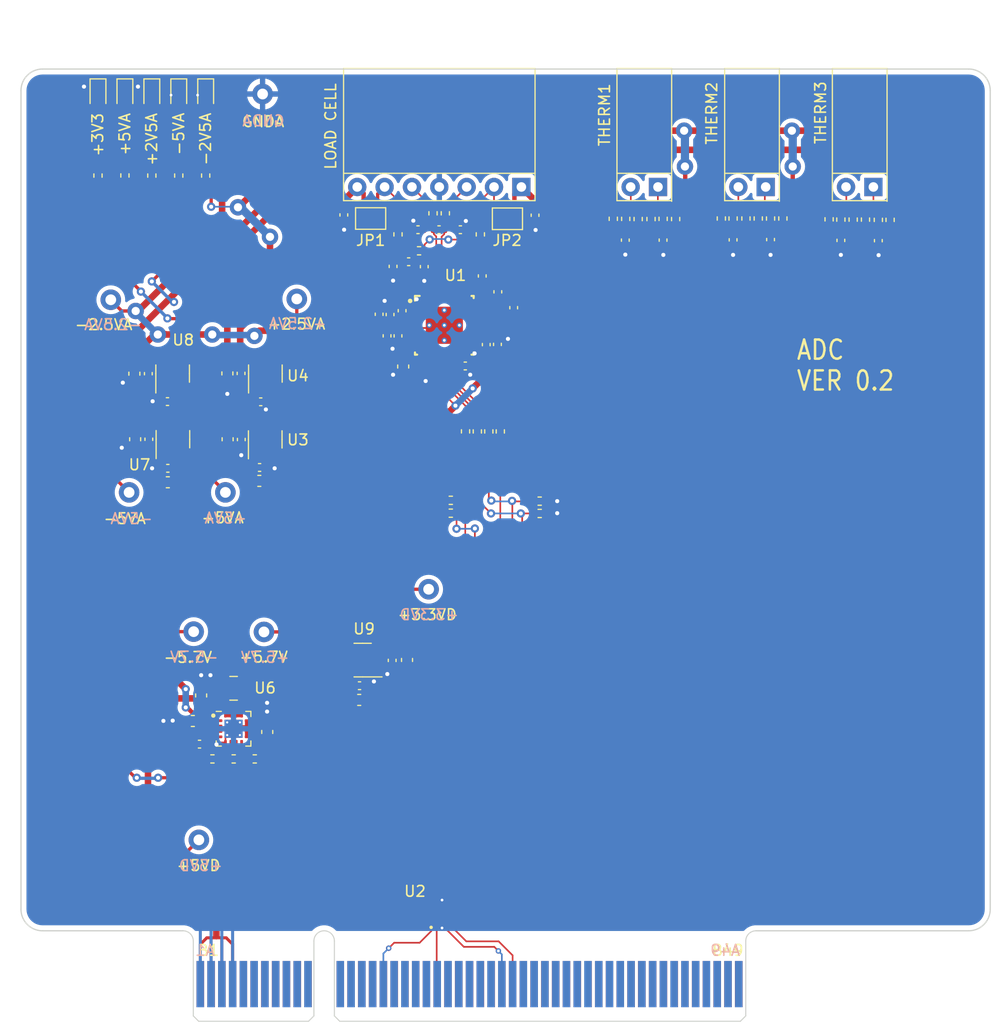
<source format=kicad_pcb>
(kicad_pcb (version 20221018) (generator pcbnew)
  (layers (0 "F.Cu" signal) (31 "B.Cu" signal) (34 "B.Paste" user) (35 "F.Paste" user) (36 "B.SilkS" user "B.Silkscreen") (37 "F.SilkS" user "F.Silkscreen") (38 "B.Mask" user) (39 "F.Mask" user) (44 "Edge.Cuts" user))
  (net 0 "")
  (net 1 "GND")
  (net 2 "/AIN6")
  (net 3 "/AIN3")
  (net 4 "/AIN2")
  (net 5 "/AIN1")
  (net 6 "/AIN0")
  (net 7 "Net-(U6-FB)")
  (net 8 "/AIN7")
  (net 9 "Net-(D1-A)")
  (net 10 "/AIN4")
  (net 11 "Net-(J2-Pin_2)")
  (net 12 "/AIN8")
  (net 13 "/AIN9")
  (net 14 "/AIN5")
  (net 15 "/+2V5A")
  (net 16 "Net-(J1-Pin_2)")
  (net 17 "/+3V3D")
  (net 18 "Net-(U1-CAPN)")
  (net 19 "Net-(U1-CAPP)")
  (net 20 "Net-(U1-BYPASS)")
  (net 21 "Net-(U1-REFOUT)")
  (net 22 "/+5V7")
  (net 23 "/+5VA")
  (net 24 "+5VD")
  (net 25 "/-5V7")
  (net 26 "/-5VA")
  (net 27 "/-2V5A")
  (net 28 "Net-(U6-VAUX)")
  (net 29 "Net-(D2-K)")
  (net 30 "Net-(D3-A)")
  (net 31 "Net-(D4-K)")
  (net 32 "Net-(D5-A)")
  (net 33 "Net-(J1-Pin_3)")
  (net 34 "Net-(J2-Pin_1)")
  (net 35 "Net-(J3-Pin_2)")
  (net 36 "Net-(J3-Pin_1)")
  (net 37 "Net-(J1-Pin_5)")
  (net 38 "Net-(J1-Pin_6)")
  (net 39 "Net-(J4-Pin_1)")
  (net 40 "Net-(J4-Pin_2)")
  (net 63 "/PA7")
  (net 95 "/PB14")
  (net 102 "/PA6")
  (net 109 "/PA5")
  (net 131 "Net-(L1-Pad1)")
  (net 132 "Net-(L1-Pad2)")
  (net 133 "Net-(U1-MISO)")
  (net 134 "Net-(U1-CS_N)")
  (net 135 "Net-(U1-MOSI)")
  (net 136 "Net-(U1-SCLK)")
  (net 137 "Net-(U6-FBG)")
  (net 147 "Net-(R37-Pad1)")
  (net 148 "Net-(R39-Pad1)")
  (net 149 "Net-(R41-Pad1)")
  (footprint "Capacitor_SMD:C_0402_1005Metric" (layer "F.Cu") (at -5.8876 -57.5069 180)
    (fp_text reference "C24" hide)
    (fp_text value "100n")
  )
  (footprint "Resistor_SMD:R_0402_1005Metric" (layer "F.Cu") (at 13.1288 -54.7634 90)
    (fp_text reference "R22" hide)
    (fp_text value "47R")
  )
  (footprint "Capacitor_SMD:C_0402_1005Metric" (layer "F.Cu") (at 17.6022 -66.2432 -90)
    (fp_text reference "C5" hide)
    (fp_text value "2u2")
  )
  (footprint "Resistor_SMD:R_0402_1005Metric" (layer "F.Cu") (at -11 -78.51 90)
    (fp_text reference "R26" hide)
    (fp_text value "5K1")
  )
  (footprint "Capacitor_SMD:C_0402_1005Metric" (layer "F.Cu") (at 7.239 -65.9638 90)
    (fp_text reference "C17" hide)
    (fp_text value "4n7")
  )
  (footprint "Resistor_SMD:R_0402_1005Metric" (layer "F.Cu") (at 8.8138 -71.5264 180)
    (fp_text reference "R30" hide)
    (fp_text value "2K 0.1%")
  )
  (footprint "Resistor_SMD:R_0402_1005Metric" (layer "F.Cu") (at 10.1092 -75.0062 -90)
    (fp_text reference "R34" hide)
    (fp_text value "1K")
  )
  (footprint "Capacitor_SMD:C_0402_1005Metric" (layer "F.Cu") (at 1.8288 -74.8538 -90)
    (fp_text reference "C46" hide)
    (fp_text value "1u")
  )
  (footprint "adc:connector_2pins_horizontal" (layer "F.Cu") (at 29.73 -77.45)
    (fp_text reference "J2" hide)
    (fp_text value "Conn_01x02_Pin")
  )
  (footprint "Capacitor_SMD:C_0402_1005Metric" (layer "F.Cu") (at 37.973 -72.5424 90)
    (fp_text reference "C2" hide)
    (fp_text value "100n")
  )
  (footprint "LED_SMD:LED_0603_1608Metric" (layer "F.Cu") (at -18.5 -86 -90)
    (fp_text reference "D1" hide)
    (fp_text value "GRN")
  )
  (footprint "Capacitor_SMD:C_0603_1608Metric" (layer "F.Cu") (at -11.4204 -30.2478 90)
    (fp_text reference "C42" hide)
    (fp_text value "10u")
  )
  (footprint "Capacitor_SMD:C_0402_1005Metric" (layer "F.Cu") (at 41.4528 -72.5678 -90)
    (fp_text reference "C4" hide)
    (fp_text value "100n")
  )
  (footprint "Capacitor_SMD:C_0402_1005Metric" (layer "F.Cu") (at 31.4706 -72.517 -90)
    (fp_text reference "C9" hide)
    (fp_text value "100n")
  )
  (footprint "Resistor_SMD:R_0402_1005Metric" (layer "F.Cu") (at 20.0132 -48.2854 180)
    (fp_text reference "R28" hide)
    (fp_text value "51K")
  )
  (footprint "adc:WQFN-16-1EP_3x3mm_P0.5mm_EP1.68x1.68mm_ThermalVias" (layer "F.Cu") (at -8.4132 -27.1566)
    (fp_text reference "U6")
    (fp_text value "TPS65135")
  )
  (footprint "Resistor_SMD:R_0402_1005Metric" (layer "F.Cu") (at 16.3574 -54.7576 90)
    (fp_text reference "R19" hide)
    (fp_text value "47R")
  )
  (footprint "adc:SOT-23-5" (layer "F.Cu") (at -5.47 -54.0167 90)
    (fp_text reference "U3")
    (fp_text value "TPS7A2050PDBVR")
  )
  (footprint "Capacitor_SMD:C_0402_1005Metric" (layer "F.Cu") (at 13.1064 -60.833)
    (fp_text reference "C21" hide)
    (fp_text value "1u")
  )
  (footprint "Resistor_SMD:R_0402_1005Metric" (layer "F.Cu") (at 46.8884 -74.4474 -90)
    (fp_text reference "R7" hide)
    (fp_text value "2K 0.1%")
  )
  (footprint "Capacitor_SMD:C_0402_1005Metric" (layer "F.Cu") (at -16.278 -54.0309 90)
    (fp_text reference "C36" hide)
    (fp_text value "100n")
  )
  (footprint "Resistor_SMD:R_0402_1005Metric" (layer "F.Cu") (at 36.8808 -74.5236 -90)
    (fp_text reference "R1" hide)
    (fp_text value "2K 0.1%")
  )
  (footprint "Capacitor_SMD:C_0402_1005Metric" (layer "F.Cu") (at -7.7154 -60.1436 90)
    (fp_text reference "C27" hide)
    (fp_text value "100n")
  )
  (footprint "Package_TO_SOT_SMD:TSOT-23-5" (layer "F.Cu") (at -14.0682 -60.1269 90)
    (fp_text reference "U8")
    (fp_text value "ADP7182AUJZ-2.5")
  )
  (footprint "LED_SMD:LED_0603_1608Metric" (layer "F.Cu") (at -13.5 -86 -90)
    (fp_text reference "D2" hide)
    (fp_text value "GRN")
  )
  (footprint "Resistor_SMD:R_0402_1005Metric" (layer "F.Cu") (at 51.4604 -74.3966 -90)
    (fp_text reference "R11" hide)
    (fp_text value "1K")
  )
  (footprint "Capacitor_SMD:C_0603_1608Metric" (layer "F.Cu") (at -8.9854 -60.1436 90)
    (fp_text reference "C28" hide)
    (fp_text value "10u")
  )
  (footprint "Capacitor_SMD:C_0402_1005Metric" (layer "F.Cu") (at 51.4604 -72.4662 -90)
    (fp_text reference "C8" hide)
    (fp_text value "100n")
  )
  (footprint "adc:connector_2pins_horizontal" (layer "F.Cu") (at 49.73 -77.45)
    (fp_text reference "J4" hide)
    (fp_text value "Conn_01x02_Pin")
  )
  (footprint "Resistor_SMD:R_0402_1005Metric" (layer "F.Cu") (at 50.2666 -74.422 -90)
    (fp_text reference "R42" hide)
    (fp_text value "2K 0.1%")
  )
  (footprint "Capacitor_SMD:C_0402_1005Metric" (layer "F.Cu") (at 27.9654 -72.5154 90)
    (fp_text reference "C3" hide)
    (fp_text value "100n")
  )
  (footprint "Resistor_SMD:R_0402_1005Metric" (layer "F.Cu") (at 6.858 -73.0504 90)
    (fp_text reference "R13" hide)
    (fp_text value "2K 0.1%")
  )
  (footprint "LED_SMD:LED_0603_1608Metric" (layer "F.Cu") (at -11 -86 -90)
    (fp_text reference "D4" hide)
    (fp_text value "GRN")
  )
  (footprint "Resistor_SMD:R_0402_1005Metric" (layer "F.Cu") (at 26.8478 -74.4966 -90)
    (fp_text reference "R3" hide)
    (fp_text value "2K 0.1%")
  )
  (footprint "Resistor_SMD:R_0402_1005Metric" (layer "F.Cu") (at 37.973 -74.5216 -90)
    (fp_text reference "R4" hide)
    (fp_text value "1K")
  )
  (footprint "common:Test_Pad" (layer "F.Cu") (at 9.7028 -40.1066)
    (fp_text reference "TP9" hide)
    (fp_text value "TestPoint")
  )
  (footprint "Capacitor_SMD:C_0402_1005Metric" (layer "F.Cu") (at 9.2964 -70.0532 90)
    (fp_text reference "C16" hide)
    (fp_text value "22n")
  )
  (footprint "Capacitor_SMD:C_0402_1005Metric" (layer "F.Cu") (at 6.858 -63.627 90)
    (fp_text reference "C44" hide)
    (fp_text value "100n")
  )
  (footprint "Capacitor_SMD:C_0402_1005Metric" (layer "F.Cu") (at -16.326 -60.1182 90)
    (fp_text reference "C39" hide)
    (fp_text value "100n")
  )
  (footprint "common:Test_Pad" (layer "F.Cu") (at -5.588 -36.1442)
    (fp_text reference "TP3" hide)
    (fp_text value "TestPoint")
  )
  (footprint "Capacitor_SMD:C_0402_1005Metric" (layer "F.Cu") (at 14.6812 -69.1896 -90)
    (fp_text reference "C6" hide)
    (fp_text value "2u2")
  )
  (footprint "Resistor_SMD:R_0402_1005Metric" (layer "F.Cu") (at 47.9806 -74.422 -90)
    (fp_text reference "R10" hide)
    (fp_text value "1K")
  )
  (footprint "Capacitor_SMD:C_0402_1005Metric" (layer "F.Cu") (at -5.9944 -51.4096 180)
    (fp_text reference "C23" hide)
    (fp_text value "100n")
  )
  (footprint "common:Test_Pad" (layer "F.Cu") (at -19.812 -66.9798)
    (fp_text reference "TP8" hide)
    (fp_text value "TestPoint")
  )
  (footprint "Capacitor_SMD:C_0603_1608Metric" (layer "F.Cu") (at -8.9628 -54.0309 90)
    (fp_text reference "C26" hide)
    (fp_text value "10u")
  )
  (footprint "LED_SMD:LED_0603_1608Metric" (layer "F.Cu") (at -21 -86 -90)
    (fp_text reference "D5" hide)
    (fp_text value "GRN")
  )
  (footprint "Resistor_SMD:R_0402_1005Metric" (layer "F.Cu") (at 15.2906 -54.7576 90)
    (fp_text reference "R18" hide)
    (fp_text value "47R")
  )
  (footprint "Package_TO_SOT_SMD:TSOT-23-5" (layer "F.Cu") (at -14.0428 -54.0367 90)
    (fp_text reference "U7")
    (fp_text value "ADP7182AUJZ-5.0")
  )
  (footprint "LED_SMD:LED_0603_1608Metric" (layer "F.Cu") (at -16 -86 -90)
    (fp_text reference "D3" hide)
    (fp_text value "GRN")
  )
  (footprint "Resistor_SMD:R_0402_1005Metric" (layer "F.Cu") (at 11.7602 -47.1678 180)
    (fp_text reference "R15" hide)
    (fp_text value "51K")
  )
  (footprint "Capacitor_SMD:C_0402_1005Metric" (layer "F.Cu") (at 16.092 -62.8376 90)
    (fp_text reference "C11" hide)
    (fp_text value "1u")
  )
  (footprint "Capacitor_SMD:C_0402_1005Metric" (layer "F.Cu") (at 47.9806 -72.4916 90)
    (fp_text reference "C7" hide)
    (fp_text value "100n")
  )
  (footprint "Resistor_SMD:R_0402_1005Metric" (layer "F.Cu") (at -16 -78.51 90)
    (fp_text reference "R25" hide)
    (fp_text value "5K1")
  )
  (footprint "Resistor_SMD:R_0402_1005Metric" (layer "F.Cu") (at 52.5526 -74.3966 90)
    (fp_text reference "R8" hide)
    (fp_text value "2K 0.1%")
  )
  (footprint "common:PCIE_98_CARD" (layer "F.Cu") (at 0 0)
    (fp_text reference "J5" hide)
    (fp_text value "pcie_98")
    (fp_line (start -28.15 -10.4) (end -28.15 -86.4) (stroke (width 0.12)) (layer "Edge.Cuts"))
    (fp_line (start -26.15 -88.4) (end 59.85 -88.4) (stroke (width 0.12)) (layer "Edge.Cuts"))
    (fp_line (start -13.1 -8.4) (end -26.15 -8.4) (stroke (width 0.12)) (layer "Edge.Cuts"))
    (fp_line (start -12.15 -7.45) (end -12.15 -0.5) (stroke (width 0.1)) (layer "Edge.Cuts"))
    (fp_line (start -12.15 -0.5) (end -11.65 0) (stroke (width 0.1)) (layer "Edge.Cuts"))
    (fp_line (start -11.65 0) (end -1.45 0) (stroke (width 0.1)) (layer "Edge.Cuts"))
    (fp_line (start -0.95 -7.45) (end -0.95 -0.5) (stroke (width 0.1)) (layer "Edge.Cuts"))
    (fp_line (start -0.95 -0.5) (end -1.45 0) (stroke (width 0.1)) (layer "Edge.Cuts"))
    (fp_line (start 0.95 -7.45) (end 0.95 -0.5) (stroke (width 0.1)) (layer "Edge.Cuts"))
    (fp_line (start 0.95 -0.5) (end 1.45 0) (stroke (width 0.1)) (layer "Edge.Cuts"))
    (fp_line (start 1.45 0) (end 38.65 0) (stroke (width 0.1)) (layer "Edge.Cuts"))
    (fp_line (start 39.15 -7.45) (end 39.15 -0.5) (stroke (width 0.1)) (layer "Edge.Cuts"))
    (fp_line (start 39.15 -0.5) (end 38.65 0) (stroke (width 0.1)) (layer "Edge.Cuts"))
    (fp_line (start 59.85 -8.4) (end 40.1 -8.4) (stroke (width 0.12)) (layer "Edge.Cuts"))
    (fp_line (start 61.85 -86.4) (end 61.85 -10.4) (stroke (width 0.12)) (layer "Edge.Cuts"))
    (fp_arc (start -28.15 -86.4) (mid -27.564214 -87.814214) (end -26.15 -88.4) (stroke (width 0.12)) (layer "Edge.Cuts"))
    (fp_arc (start -26.15 -8.4) (mid -27.564214 -8.985786) (end -28.15 -10.4) (stroke (width 0.12)) (layer "Edge.Cuts"))
    (fp_arc (start -13.1 -8.4) (mid -12.428248 -8.121752) (end -12.15 -7.45) (stroke (width 0.1)) (layer "Edge.Cuts"))
    (fp_arc (start -0.95 -7.45) (mid 0 -8.4) (end 0.95 -7.45) (stroke (width 0.1)) (layer "Edge.Cuts"))
    (fp_arc (start 39.15 -7.45) (mid 39.428248 -8.121752) (end 40.1 -8.4) (stroke (width 0.1)) (layer "Edge.Cuts"))
    (fp_arc (start 59.85 -88.4) (mid 61.264214 -87.814214) (end 61.85 -86.4) (stroke (width 0.12)) (layer "Edge.Cuts"))
    (fp_arc (start 61.85 -10.4) (mid 61.264214 -8.985786) (end 59.85 -8.4) (stroke (width 0.12)) (layer "Edge.Cuts"))
  )
  (footprint "Capacitor_SMD:C_0402_1005Metric" (layer "F.Cu") (at 19.5834 -74.8284 90)
    (fp_text reference "C45" hide)
    (fp_text value "1u")
  )
  (footprint "Resistor_SMD:R_0402_1005Metric" (layer "F.Cu") (at 32.639 -74.4728 90)
    (fp_text reference "R12" hide)
    (fp_text value "2K 0.1%")
  )
  (footprint "common:Test_Pad" (layer "F.Cu") (at -5.715 -86.0806)
    (fp_text reference "TP1" hide)
    (fp_text value "TestPoint")
  )
  (footprint "Resistor_SMD:R_0402_1005Metric" (layer "F.Cu") (at 49.1236 -74.422 90)
    (fp_text reference "R41" hide)
    (fp_text value "2K 0.1%")
  )
  (footprint "Resistor_SMD:R_0402_1005Metric" (layer "F.Cu") (at 42.5958 -74.5236 90)
    (fp_text reference "R2" hide)
    (fp_text value "2K 0.1%")
  )
  (footprint "Resistor_SMD:R_0402_1005Metric" (layer "F.Cu") (at 29.1592 -74.4728 90)
    (fp_text reference "R37" hide)
    (fp_text value "2K 0.1%")
  )
  (footprint "Capacitor_SMD:C_0402_1005Metric" (layer "F.Cu") (at 6.3162 -33.501 90)
    (fp_text reference "C31" hide)
    (fp_text value "100n")
  )
  (footprint "Resistor_SMD:R_0402_1005Metric" (layer "F.Cu") (at 30.353 -74.4728 -90)
    (fp_text reference "R38" hide)
    (fp_text value "2K 0.1%")
  )
  (footprint "Capacitor_SMD:C_0603_1608Metric" (layer "F.Cu") (at -6.0198 -50.165)
    (fp_text reference "C47" hide)
    (fp_text value "10u")
  )
  (footprint "Resistor_SMD:R_0402_1005Metric" (layer "F.Cu") (at -21 -78.51 90)
    (fp_text reference "R27" hide)
    (fp_text value "5K1")
  )
  (footprint "Capacitor_SMD:C_0603_1608Metric" (layer "F.Cu") (at -17.6214 -60.1182 90)
    (fp_text reference "C40" hide)
    (fp_text value "10u")
  )
  (footprint "Capacitor_SMD:C_0402_1005Metric" (layer "F.Cu") (at 10.668 -73.4822)
    (fp_text reference "C19" hide)
    (fp_text value "220n")
  )
  (footprint "Resistor_SMD:R_0402_1005Metric" (layer "F.Cu") (at -13.5 -78.51 90)
    (fp_text reference "R24" hide)
    (fp_text value "10K")
  )
  (footprint "Capacitor_SMD:C_0603_1608Metric" (layer "F.Cu") (at -12.1932 -27.8766)
    (fp_text reference "C41" hide)
    (fp_text value "10u")
  )
  (footprint "Resistor_SMD:R_0402_1005Metric" (layer "F.Cu") (at 20.0152 -47.1424 180)
    (fp_text reference "R29" hide)
    (fp_text value "51K")
  )
  (footprint "Capacitor_SMD:C_0603_1608Metric" (layer "F.Cu") (at -5.2832 -26.8566 90)
    (fp_text reference "C33" hide)
    (fp_text value "10u")
  )
  (footprint "Resistor_SMD:R_0402_1005Metric" (layer "F.Cu") (at 11.7602 -48.3616 180)
    (fp_text reference "R16" hide)
    (fp_text value "51K")
  )
  (footprint "Capacitor_SMD:C_0402_1005Metric" (layer "F.Cu") (at 7.8486 -70.5104)
    (fp_text reference "C15" hide)
    (fp_text value "220n")
  )
  (footprint "Resistor_SMD:R_0402_1005Metric" (layer "F.Cu") (at 31.4758 -74.49 -90)
    (fp_text reference "R9" hide)
    (fp_text value "1K")
  )
  (footprint "Resistor_SMD:R_0402_1005Metric" (layer "F.Cu") (at 11.2522 -75.0062 -90)
    (fp_text reference "R20" hide)
    (fp_text value "1K")
  )
  (footprint "Package_TO_SOT_SMD:SOT-23-3" (layer "F.Cu") (at 3.5762 -33.5285 180)
    (fp_text reference "U9")
    (fp_text value "XC6206P332MR")
  )
  (footprint "Capacitor_SMD:C_0402_1005Metric" (layer "F.Cu") (at -14.548 -57.5274)
    (fp_text reference "C38" hide)
    (fp_text value "100n")
  )
  (footprint "Resistor_SMD:R_0402_1005Metric" (layer "F.Cu") (at 40.3098 -74.5236 -90)
    (fp_text reference "R40" hide)
    (fp_text value "2K 0.1%")
  )
  (footprint "Capacitor_SMD:C_0402_1005Metric" (layer "F.Cu") (at 12.6492 -73.4822 180)
    (fp_text reference "C20" hide)
    (fp_text value "22n")
  )
  (footprint "Capacitor_SMD:C_0402_1005Metric" (layer "F.Cu") (at 15.052 -62.8176 90)
    (fp_text reference "C13" hide)
    (fp_text value "100n")
  )
  (footprint "Capacitor_SMD:C_0402_1005Metric" (layer "F.Cu") (at 5.1054 -65.6336 -90)
    (fp_text reference "C10" hide)
    (fp_text value "1u")
  )
  (footprint "Capacitor_SMD:C_0402_1005Metric" (layer "F.Cu") (at 5.842 -63.6296 90)
    (fp_text reference "C35" hide)
    (fp_text value "1u")
  )
  (footprint "common:Test_Pad" (layer "F.Cu") (at -2.54 -67.056)
    (fp_text reference "TP7" hide)
    (fp_text value "TestPoint")
  )
  (footprint "common:Diodes_UDFN-10_1.0x2.5mm_P0.5mm" (layer "F.Cu") (at 10.95 -9.9375 90)
    (fp_text reference "U2")
    (fp_text value "ESD5344D-TP")
  )
  (footprint "Capacitor_SMD:C_0603_1608Metric" (layer "F.Cu") (at 7.6962 -33.541 90)
    (fp_text reference "C32" hide)
    (fp_text value "10u")
  )
  (footprint "Resistor_SMD:R_0402_1005Metric" (layer "F.Cu") (at -6.442 -24.355 180)
    (fp_text reference "R31" hide)
    (fp_text value "360K 1%")
  )
  (footprint "Resistor_SMD:R_0402_1005Metric" (layer "F.Cu") (at -8.3978 -24.355 180)
    (fp_text reference "R32" hide)
    (fp_text value "100K 1%")
  )
  (footprint "Capacitor_SMD:C_0603_1608Metric" (layer "F.Cu") (at 7.3406 -60.7822 -90)
    (fp_text reference "C22" hide)
    (fp_text value "10u")
  )
  (footprint "Resistor_SMD:R_0402_1005Metric" (layer "F.Cu") (at 39.1668 -74.5236 90)
    (fp_text reference "R39" hide)
    (fp_text value "2K 0.1%")
  )
  (footprint "Capacitor_SMD:C_0603_1608Metric" (layer "F.Cu") (at -14.5158 -50.038)
    (fp_text reference "C48" hide)
    (fp_text value "10u")
  )
  (footprint "Resistor_SMD:R_0402_1005Metric" (layer "F.Cu") (at 28.0042 -74.4876 -90)
    (fp_text reference "R6" hide)
    (fp_text value "1K")
  )
  (footprint "Resistor_SMD:R_0402_1005Metric" (layer "F.Cu") (at -10.3732 -24.355 180)
    (fp_text reference "R33" hide)
    (fp_text value "464K 1%")
  )
  (footprint "Capacitor_SMD:C_0402_1005Metric" (layer "F.Cu") (at 3.2862 -31.151 180)
    (fp_text reference "C30" hide)
    (fp_text value "100n")
  )
  (footprint "adc:connector_2pins_horizontal" (layer "F.Cu") (at 39.73 -77.45)
    (fp_text reference "J3" hide)
    (fp_text value "Conn_01x02_Pin")
  )
  (footprint "Resistor_SMD:R_0402_1005Metric" (layer "F.Cu") (at 14.5034 -73.0504 90)
    (fp_text reference "R36" hide)
    (fp_text value "2K 0.1%")
  )
  (footprint "Capacitor_SMD:C_0402_1005Metric" (layer "F.Cu") (at -14.5158 -51.3334)
    (fp_text reference "C34" hide)
    (fp_text value "100n")
  )
  (footprint "common:Test_Pad" (layer "F.Cu") (at -9.1694 -49.0982)
    (fp_text reference "TP5" hide)
    (fp_text value "TestPoint")
  )
  (footprint "adc:RHB0032E" (layer "F.Cu") (at 11.159 -64.611797)
    (fp_text reference "U1")
    (fp_text value "ADS1261BIRHBT")
  )
  (footprint "Capacitor_SMD:C_0603_1608Metric" (layer "F.Cu") (at 3.2562 -29.831 180)
    (fp_text reference "C29" hide)
    (fp_text value "10u")
  )
  (footprint "Resistor_SMD:R_0402_1005Metric" (layer "F.Cu") (at 41.4528 -74.5216 -90)
    (fp_text reference "R5" hide)
    (fp_text value "1K")
  )
  (footprint "Capacitor_SMD:C_0402_1005Metric" (layer "F.Cu") (at 8.7148 -73.4822 180)
    (fp_text reference "C14" hide)
    (fp_text value "22n")
  )
  (footprint "common:Test_Pad" (layer "F.Cu") (at -18.1102 -49.0982)
    (fp_text reference "TP6" hide)
    (fp_text value "TestPoint")
  )
  (footprint "Capacitor_SMD:C_0402_1005Metric" (layer "F.Cu") (at -11.5728 -25.7266)
    (fp_text reference "C43" hide)
    (fp_text value "100n")
  )
  (footprint "adc:connector_7pins_horizontal" (layer "F.Cu") (at 10.6934 -77.45)
    (fp_text reference "J1" hide)
    (fp_text value "Conn_01x07_Pin")
  )
  (footprint "adc:SOT-23-5" (layer "F.Cu") (at -5.4576 -60.1269 90)
    (fp_text reference "U4")
    (fp_text value "TPS7A2025PDBVR\r")
  )
  (footprint "Resistor_SMD:R_0402_1005Metric" (layer "F.Cu") (at -18.5 -78.52 90)
    (fp_text reference "R23" hide)
    (fp_text value "10K")
  )
  (footprint "Capacitor_SMD:C_0603_1608Metric" (layer "F.Cu") (at -17.548 -54.0309 90)
    (fp_text reference "C37" hide)
    (fp_text value "10u")
  )
  (footprint "Capacitor_SMD:C_0402_1005Metric" (layer "F.Cu") (at 6.4008 -70.0786 -90)
    (fp_text reference "C18" hide)
    (fp_text value "22n")
  )
  (footprint "Capacitor_SMD:C_0402_1005Metric" (layer "F.Cu") (at 6.1214 -65.6082 -90)
    (fp_text reference "C12" hide)
    (fp_text value "100n")
  )
  (footprint "common:Test_Pad" (layer "F.Cu") (at -12.1158 -36.1696)
    (fp_text reference "TP4" hide)
    (fp_text value "TestPoint")
  )
  (footprint "adc:Inductor_C329578" (layer "F.Cu") (at -8.4074 -30.9118)
    (fp_text reference "L1" hide)
    (fp_text value "2u2H")
  )
  (footprint "common:Test_Pad" (layer "F.Cu") (at -11.6332 -16.8402)
    (fp_text reference "TP2" hide)
    (fp_text value "TestPoint")
  )
  (footprint "Jumper:SolderJumper-2_P1.3mm_Bridged_Pad1.0x1.5mm" (layer "F.Cu") (at 4.318 -74.5236)
    (fp_text reference "JP1")
    (fp_text value "SolderJumper_2_Bridged" hide)
  )
  (footprint "Resistor_SMD:R_0402_1005Metric" (layer "F.Cu") (at 14.2238 -54.7576 90)
    (fp_text reference "R21" hide)
    (fp_text value "47R")
  )
  (footprint "Jumper:SolderJumper-2_P1.3mm_Bridged_Pad1.0x1.5mm" (layer "F.Cu") (at 17.018 -74.4982 180)
    (fp_text reference "JP2")
    (fp_text value "SolderJumper_2_Bridged" hide)
  )
  (footprint "Capacitor_SMD:C_0402_1005Metric" (layer "F.Cu") (at -7.6928 -54.0055 90)
    (fp_text reference "C25" hide)
    (fp_text value "100n")
  )
  (footprint "Capacitor_SMD:C_0402_1005Metric" (layer "F.Cu") (at 16.129 -67.7164 -90)
    (fp_text reference "C1" hide)
    (fp_text value "2u2")
  )
  (gr_text "+5VD" (at -11.4554 -13.8684) (layer "B.SilkS") (effects (font (size 1 1)) (justify bottom mirror)))
  (gr_text "+5.7V" (at -5.4864 -33.1978) (layer "B.SilkS") (effects (font (size 1 1)) (justify bottom mirror)))
  (gr_text "+5VA" (at -9.144 -46.1264) (layer "B.SilkS") (effects (font (size 1 1)) (justify bottom mirror)))
  (gr_text "+3.3VD" (at 9.7536 -37.1602) (layer "B.SilkS") (effects (font (size 1 1)) (justify bottom mirror)))
  (gr_text "-2.5VA" (at -19.6088 -64.0842) (layer "B.SilkS") (effects (font (size 1 1)) (justify bottom mirror)))
  (gr_text "-5.7V" (at -12.065 -33.2232) (layer "B.SilkS") (effects (font (size 1 1)) (justify bottom mirror)))
  (gr_text "-5VA" (at -17.8816 -46.0756) (layer "B.SilkS") (effects (font (size 1 1)) (justify bottom mirror)))
  (gr_text "GNDA" (at -5.6388 -83.0072) (layer "B.SilkS") (effects (font (size 1 1)) (justify bottom mirror)))
  (gr_text "+2.5VA" (at -2.4638 -64.1858) (layer "B.SilkS") (effects (font (size 1 1)) (justify bottom mirror)))
  (gr_text "-2V5A" (at -11.0142 -84.4296 90) (layer "F.SilkS") (effects (font (size 1 1)) (justify right)))
  (gr_text "-5.7V" (at -12.6492 -33.1978) (layer "F.SilkS") (effects (font (size 1 1)) (justify bottom)))
  (gr_text "+5.7V" (at -5.6134 -33.2232) (layer "F.SilkS") (effects (font (size 1 1)) (justify bottom)))
  (gr_text "+5VA" (at -18.5072 -84.4042 90) (layer "F.SilkS") (effects (font (size 1 1)) (justify right)))
  (gr_text "GNDA" (at -5.6642 -82.931) (layer "F.SilkS") (effects (font (size 1 1)) (justify bottom)))
  (gr_text "+3V3" (at -21.0218 -84.4042 90) (layer "F.SilkS") (effects (font (size 1 1)) (justify right)))
  (gr_text "ADC\nVER 0.2" (at 43.7642 -58.42) (layer "F.SilkS") (effects (font (size 1.778 1.524) (thickness 0.2286)) (justify left bottom)))
  (gr_text "+2.5VA" (at -2.5654 -64.135) (layer "F.SilkS") (effects (font (size 1 1)) (justify bottom)))
  (gr_text "THERM3" (at 46.6852 -87.3506 90) (layer "F.SilkS") (effects (font (size 1 1)) (justify right bottom)))
  (gr_text "+2V5A" (at -16.018 -84.4042 90) (layer "F.SilkS") (effects (font (size 1 1)) (justify right)))
  (gr_text "THERM1" (at 26.6192 -87.1474 90) (layer "F.SilkS") (effects (font (size 1 1)) (justify right bottom)))
  (gr_text "+3.3VD" (at 9.5758 -37.1602) (layer "F.SilkS") (effects (font (size 1 1)) (justify bottom)))
  (gr_text "-5VA" (at -18.5166 -46.0756) (layer "F.SilkS") (effects (font (size 1 1)) (justify bottom)))
  (gr_text "THERM2" (at 36.576 -87.2998 90) (layer "F.SilkS") (effects (font (size 1 1)) (justify right bottom)))
  (gr_text "+5VA" (at -9.4234 -46.1518) (layer "F.SilkS") (effects (font (size 1 1)) (justify bottom)))
  (gr_text "-2.5VA" (at -20.4724 -64.0842) (layer "F.SilkS") (effects (font (size 1 1)) (justify bottom)))
  (gr_text "+5VD" (at -11.6586 -13.8684) (layer "F.SilkS") (effects (font (size 1 1)) (justify bottom)))
  (gr_text "LOAD CELL" (at 1.1938 -87.1728 90) (layer "F.SilkS") (effects (font (size 1 1)) (justify right bottom)))
  (gr_text "-5VA" (at -13.5034 -84.4296 90) (layer "F.SilkS") (effects (font (size 1 1)) (justify right)))
  (segment (start -15.0114 -52.67765) (end -15.0114 -51.46235) (width 0.3048) (layer "F.Cu") (net 1))
  (segment (start -15.0182 -58.9894) (end -15.0182 -57.5372) (width 0.4064) (layer "F.Cu") (net 1))
  (segment (start -11.7508 -85.9633) (end -11 -85.2125) (width 0.2286) (layer "F.Cu") (net 1))
  (segment (start -7.6928 -52.556) (end -7.6962 -52.5526) (width 0.4064) (layer "F.Cu") (net 1))
  (segment (start 5.1054 -66.3702) (end 5.6134 -66.8782) (width 0.3048) (layer "F.Cu") (net 1))
  (segment (start -9.1632 -26.4066) (end -9.0032 -26.5666) (width 0.1524) (layer "F.Cu") (net 1))
  (segment (start 19.6088 -74.3484) (end 19.6088 -73.4822) (width 0.4064) (layer "F.Cu") (net 1))
  (segment (start -14.9166 -27.8766) (end -14.9256 -27.8856) (width 0.4064) (layer "F.Cu") (net 1))
  (segment (start 5.1054 -66.1136) (end 5.1054 -66.3702) (width 0.3048) (layer "F.Cu") (net 1))
  (segment (start -5.2832 -29.5462) (end -5.299 -29.562) (width 0.6096) (layer "F.Cu") (net 1))
  (segment (start 41.4528 -71.501) (end 41.4782 -71.4756) (width 0.1524) (layer "F.Cu") (net 1))
  (segment (start -17.548 -53.2559) (end -18.7802 -53.2559) (width 0.3048) (layer "F.Cu") (net 1))
  (segment (start -16.278 -53.5509) (end -15.6445 -53.5509) (width 0.4064) (layer "F.Cu") (net 1))
  (segment (start 6.1214 -66.0882) (end 6.1214 -66.3702) (width 0.3048) (layer "F.Cu") (net 1))
  (segment (start -5.5144 -51.4096) (end -4.6736 -51.4096) (width 0.4064) (layer "F.Cu") (net 1))
  (segment (start -7.9624 -53.2559) (end -7.6928 -53.5255) (width 0.3048) (layer "F.Cu") (net 1))
  (segment (start 16.092 -63.3176) (end 17.0226 -63.3176) (width 0.4064) (layer "F.Cu") (net 1))
  (segment (start -7.3718 -53.8465) (end -6.081616 -53.8465) (width 0.3048) (layer "F.Cu") (net 1))
  (segment (start -11.4204 -32.1274) (end -10.5568 -32.1274) (width 0.6096) (layer "F.Cu") (net 1))
  (segment (start 8.609 -67.0068) (end 8.5852 -67.0306) (width 0.3048) (layer "F.Cu") (net 1))
  (segment (start 20.6014 -47.1932) (end 21.6408 -47.1932) (width 0.1524) (layer "F.Cu") (net 1))
  (segment (start -4.6228 -50.5714) (end -4.6228 -51.308) (width 0.4064) (layer "F.Cu") (net 1))
  (segment (start -18.5 -86.7875) (end -16 -86.7875) (width 0.3048) (layer "F.Cu") (net 1))
  (segment (start 10.95 -9.9375) (end 10.95 -8.6894) (width 0.1524) (layer "F.Cu") (net 1))
  (segment (start -18.7802 -53.2559) (end -18.7926 -53.2435) (width 0.3048) (layer "F.Cu") (net 1))
  (segment (start 13.1572 -73.5102) (end 13.1572 -74.295) (width 0.1524) (layer "F.Cu") (net 1))
  (segment (start 6.4008 -60.0202) (end 7.3276 -60.0202) (width 0.2286) (layer "F.Cu") (net 1))
  (segment (start 51.4604 -71.1454) (end 51.4858 -71.12) (width 0.1524) (layer "F.Cu") (net 1))
  (segment (start 31.496 -72.0349) (end 31.496 -71.1703) (width 0.1524) (layer "F.Cu") (net 1))
  (segment (start 1.8542 -74.3484) (end 1.8288 -74.3738) (width 0.4064) (layer "F.Cu") (net 1))
  (segment (start -5.5058 -51.3893) (end -5.5058 -52.8434) (width 0.4064) (layer "F.Cu") (net 1))
  (segment (start -5.4076 -57.5069) (end -5.4076 -58.9394) (width 0.4064) (layer "F.Cu") (net 1))
  (segment (start 13.5864 -60.833) (end 13.5864 -60.043) (width 0.2286) (layer "F.Cu") (net 1))
  (segment (start 4.7137 -32.5785) (end 4.7137 -32.0985) (width 0.3048) (layer "F.Cu") (net 1))
  (segment (start 13.5864 -60.043) (end 13.5636 -60.0202) (width 0.2286) (layer "F.Cu") (net 1))
  (segment (start -5.4076 -58.9394) (end -5.4576 -58.9894) (width 0.4064) (layer "F.Cu") (net 1))
  (segment (start 4.7137 -32.5785) (end 5.8737 -32.5785) (width 0.3048) (layer "F.Cu") (net 1))
  (segment (start -14.9958 -51.3334) (end -14.9958 -50.333) (width 0.3048) (layer "F.Cu") (net 1))
  (segment (start -5.2448 -50.165) (end -5.0292 -50.165) (width 0.4064) (layer "F.Cu") (net 1))
  (segment (start 7.3276 -60.0202) (end 7.3406 -60.0072) (width 0.2286) (layer "F.Cu") (net 1))
  (segment (start 16.072 -63.2976) (end 16.092 -63.3176) (width 0.2286) (layer "F.Cu") (net 1))
  (segment (start 12.909002 -62.061797) (end 13.757203 -62.061797) (width 0.2286) (layer "F.Cu") (net 1))
  (segment (start -9.998 -25.7012) (end -11.0674 -25.7012) (width 0.3048) (layer "F.Cu") (net 1))
  (segment (start -15.028 -57.5274) (end -15.8968 -57.5274) (width 0.4064) (layer "F.Cu") (net 1))
  (segment (start 14.9878 -63.3618) (end 15.052 -63.2976) (width 0.2286) (layer "F.Cu") (net 1))
  (segment (start -7.6928 -53.5255) (end -7.6928 -52.556) (width 0.4064) (layer "F.Cu") (net 1))
  (segment (start -21 -86.7875) (end -22.2801 -86.7875) (width 0.3048) (layer "F.Cu") (net 1))
  (segment (start -9.23565 -25.7048) (end -10.06835 -25.7048) (width 0.3048) (layer "F.Cu") (net 1))
  (segment (start 10.95 -9.9375) (end 10.95 -11.2242) (width 0.1524) (layer "F.Cu") (net 1))
  (segment (start -7.2802 -27.784) (end -7.2802 -27.53) (width 0.1524) (layer "F.Cu") (net 1))
  (segment (start 3.7662 -30.096) (end 4.0312 -29.831) (width 0.3048) (layer "F.Cu") (net 1))
  (segment (start -11.7508 -85.979) (end -11.7508 -85.9633) (width 0.2286) (layer "F.Cu") (net 1))
  (segment (start -17.6214 -59.3432) (end -18.6348 -59.3432) (width 0.4064) (layer "F.Cu") (net 1))
  (segment (start -5.5058 -52.8434) (end -5.47 -52.8792) (width 0.4064) (layer "F.Cu") (net 1))
  (segment (start 1.8542 -73.4822) (end 1.8542 -74.3484) (width 0.4064) (layer "F.Cu") (net 1))
  (segment (start 5.8737 -32.5785) (end 6.3162 -33.021) (width 0.3048) (layer "F.Cu") (net 1))
  (segment (start -11.4204 -31.0228) (end -11.4204 -32.1274) (width 0.6096) (layer "F.Cu") (net 1))
  (segment (start -5.4102 -56.7969) (end -5.4102 -57.5043) (width 0.4064) (layer "F.Cu") (net 1))
  (segment (start 13.709 -63.3618) (end 14.9878 -63.3618) (width 0.2286) (layer "F.Cu") (net 1))
  (segment (start -5.4576 -58.9894) (end -5.4576 -59.345084) (width 0.3048) (layer "F.Cu") (net 1))
  (segment (start -7.0262 -27.657) (end -5.6287 -27.657) (width 0.6096) (layer "F.Cu") (net 1))
  (segment (start -17.548 -53.2559) (end -16.573 -53.2559) (width 0.4064) (layer "F.Cu") (net 1))
  (segment (start 27.9654 -72.0354) (end 27.9654 -71.1708) (width 0.1524) (layer "F.Cu") (net 1))
  (segment (start -11.0674 -25.7012) (end -11.0928 -25.7266) (width 0.3048) (layer "F.Cu") (net 1))
  (segment (start 51.4604 -71.9862) (end 51.4604 -71.1454) (width 0.1524) (layer "F.Cu") (net 1))
  (segment (start 9.409001 -59.450399) (end 9.4234 -59.436) (width 0.1524) (layer "F.Cu") (net 1))
  (segment (start -15.9906 -51.3334) (end -14.9958 -51.3334) (width 0.3048) (layer "F.Cu") (net 1))
  (segment (start 4.7137 -32.0985) (end 4.3942 -31.779) (width 0.3048) (layer "F.Cu") (net 1))
  (segment (start -5.47 -53.234884) (end -5.47 -52.8792) (width 0.3048) (layer "F.Cu") (net 1))
  (segment (start 9.2964 -69.5732) (end 9.2964 -68.7324) (width 0.1524) (layer "F.Cu") (net 1))
  (segment (start -6.9557 -27.4066) (end -8.1632 -27.4066) (width 0.1524) (layer "F.Cu") (net 1))
  (segment (start 20.5242 -48.26) (end 21.589 -48.26) (width 0.1524) (layer "F.Cu") (net 1))
  (segment (start -5.4576 -59.6358) (end -5.9182 -60.0964) (width 0.4064) (layer "F.Cu") (net 1))
  (segment (start 6.1214 -66.3702) (end 5.6134 -66.8782) (width 0.3048) (layer "F.Cu") (net 1))
  (segment (start -5.0292 -50.165) (end -4.6228 -50.5714) (width 0.4064) (layer "F.Cu") (net 1))
  (segment (start -5.4576 -57.5269) (end -5.5076 -57.4769) (width 0.1524) (layer "F.Cu") (net 1))
  (segment (start 8.2576 -74.2976) (end 8.2804 -74.3204) (width 0.1524) (layer "F.Cu") (net 1))
  (segment (start -14.9958 -50.333) (end -15.2908 -50.038) (width 0.3048) (layer "F.Cu") (net 1))
  (segment (start 8.2576 -73.5076) (end 8.2576 -74.2976) (width 0.1524) (layer "F.Cu") (net 1))
  (segment (start -8.0104 -59.3686) (end -7.7154 -59.6636) (width 0.4064) (layer "F.Cu") (net 1))
  (segment (start -5.4576 -59.345084) (end -5.4576 -59.6358) (width 0.4064) (layer "F.Cu") (net 1))
  (segment (start 6.5712 -32.766) (end 6.3162 -33.021) (width 0.3048) (layer "F.Cu") (net 1))
  (segment (start 5.842 -63.1496) (end 5.842 -62.7888) (width 0.3048) (layer "F.Cu") (net 1))
  (segment (start -5.5076 -57.4769) (end -5.4576 -57.4269) (width 0.1524) (layer "F.Cu") (net 1))
  (segment (start -15.0182 -58.9894) (end -15.8007 -58.9894) (width 0.4064) (layer "F.Cu") (net 1))
  (segment (start -5.2832 -27.6316) (end -5.2832 -29.5462) (width 0.6096) (layer "F.Cu") (net 1))
  (segment (start -12.9682 -27.8766) (end -14.9166 -27.8766) (width 0.4064) (layer "F.Cu") (net 1))
  (segment (start -8.9916 -59.3624) (end -8.9854 -59.3686) (width 0.4064) (layer "F.Cu") (net 1))
  (segment (start -5.4102 -57.5043) (end -5.4076 -57.5069) (width 0.4064) (layer "F.Cu") (net 1))
  (segment (start 6.858 -62.8396) (end 6.3246 -62.3062) (width 0.3048) (layer "F.Cu") (net 1))
  (segment (start -5.4576 -57.5569) (end -5.4076 -57.5069) (width 0.1524) (layer "F.Cu") (net 1))
  (segment (start -14.2146 -85.979) (end -14.2146 -85.9271) (width 0.2286) (layer "F.Cu") (net 1))
  (segment (start -9.26105 -25.527) (end -10.09375 -25.527) (width 0.3048) (layer "F.Cu") (net 1))
  (segment (start 4.3942 -31.779) (end 3.7662 -31.151) (width 0.3048) (layer "F.Cu") (net 1))
  (segment (start -8.1632 -27.4066) (end -8.4132 -27.1566) (width 0.1524) (layer "F.Cu") (net 1))
  (segment (start -8.9854 -59.3686) (end -8.0104 -59.3686) (width 0.4064) (layer "F.Cu") (net 1))
  (segment (start 15.002 -63.3476) (end 15.052 -63.2976) (width 0.1524) (layer "F.Cu") (net 1))
  (segment (start -14.2146 -85.9271) (end -13.5 -85.2125) (width 0.2286) (layer "F.Cu") (net 1))
  (segment (start -5.9182 -60.0964) (end -7.231716 -60.0964) (width 0.4064) (layer "F.Cu") (net 1))
  (segment (start 10.95 -8.6894) (end 10.922 -8.6614) (width 0.1524) (layer "F.Cu") (net 1))
  (segment (start 3.7662 -31.151) (end 3.7662 -30.096) (width 0.3048) (layer "F.Cu") (net 1))
  (segment (start 15.052 -63.2976) (end 16.072 -63.2976) (width 0.4064) (layer "F.Cu") (net 1))
  (segment (start -15.8968 -57.5274) (end -15.9258 -57.5564) (width 0.4064) (layer "F.Cu") (net 1))
  (segment (start 5.842 -62.7888) (end 6.3246 -62.3062) (width 0.3048) (layer "F.Cu") (net 1))
  (segment (start -7.231716 -60.0964) (end -7.664516 -59.6636) (width 0.4064) (layer "F.Cu") (net 1))
  (segment (start -4.6228 -51.308) (end -4.5974 -51.3334) (width 0.4064) (layer "F.Cu") (net 1))
  (segment (start -16.573 -53.2559) (end -16.278 -53.5509) (width 0.4064) (layer "F.Cu") (net 1))
  (segment (start -9.1632 -25.6991) (end -9.1632 -26.4066) (width 0.1524) (layer "F.Cu") (net 1))
  (segment (start 6.858 -63.147) (end 6.858 -62.8396) (width 0.3048) (layer "F.Cu") (net 1))
  (segment (start -7.6928 -53.5255) (end -7.3718 -53.8465) (width 0.3048) (layer "F.Cu") (net 1))
  (segment (start -15.6445 -53.5509) (end -14.9928 -52.8992) (width 0.4064) (layer "F.Cu") (net 1))
  (segment (start -16.326 -59.6382) (end -16.621 -59.3432) (width 0.4064) (layer "F.Cu") (net 1))
  (segment (start 7.6962 -32.766) (end 6.5712 -32.766) (width 0.3048) (layer "F.Cu") (net 1))
  (segment (start -8.9628 -53.2559) (end -7.9624 -53.2559) (width 0.3048) (layer "F.Cu") (net 1))
  (segment (start -6.081616 -53.8465) (end -5.47 -53.234884) (width 0.3048) (layer "F.Cu") (net 1))
  (segment (start 47.9806 -72.0116) (end 47.9806 -71.1454) (width 0.1524) (layer "F.Cu") (net 1))
  (segment (start 8.609 -66.361799) (end 8.609 -67.0068) (width 0.2286) (layer "F.Cu") (net 1))
  (segment (start 13.1292 -73.4822) (end 13.1572 -73.5102) (width 0.1524) (layer "F.Cu") (net 1))
  (segment (start -7.664516 -59.6636) (end -7.7154 -59.6636) (width 0.4064) (layer "F.Cu") (net 1))
  (segment (start -16.621 -59.3432) (end -17.6214 -59.3432) (width 0.4064) (layer "F.Cu") (net 1))
  (segment (start 9.409001 -62.061797) (end 9.409001 -59.450399) (width 0.1524) (layer "F.Cu") (net 1))
  (segment (start 10.95 -11.2242) (end 10.922 -11.2522) (width 0.1524) (layer "F.Cu") (net 1))
  (segment (start -15.0182 -57.5372) (end -15.028 -57.5274) (width 0.4064) (layer "F.Cu") (net 1))
  (segment (start 6.4008 -69.5986) (end 6.4008 -68.7578) (width 0.1524) (layer "F.Cu") (net 1))
  (segment (start -9.23565 -25.8064) (end -10.06835 -25.8064) (width 0.3048) (layer "F.Cu") (net 1))
  (segment (start 19.6088 -73.4822) (end 19.6342 -73.4568) (width 0.4064) (layer "F.Cu") (net 1))
  (segment (start 37.973 -72.1894) (end 37.973 -71.3486) (width 0.1524) (layer "F.Cu") (net 1))
  (segment (start -8.9916 -58.2422) (end -8.9916 -59.3624) (width 0.4064) (layer "F.Cu") (net 1))
  (segment (start 41.4528 -72.3164) (end 41.4528 -71.501) (width 0.1524) (layer "F.Cu") (net 1))
  (segment (start -4.6736 -51.4096) (end -4.5974 -51.3334) (width 0.4064) (layer "F.Cu") (net 1))
  (segment (start -15.8007 -58.9894) (end -16.3682 -59.5569) (width 0.4064) (layer "F.Cu") (net 1))
  (segment (start -18.6348 -59.3432) (end -18.6944 -59.2836) (width 0.3048) (layer "F.Cu") (net 1))
  (via (at 21.6408 -47.1678) (size 0.762) (drill 0.381) (layers "F.Cu" "B.Cu") (net 1))
  (via (at 8.2804 -74.3204) (size 0.762) (drill 0.381) (layers "F.Cu" "B.Cu") (net 1))
  (via (at 10.9474 -11.2522) (size 0.508) (drill 0.254) (layers "F.Cu" "B.Cu") (net 1))
  (via (at -5.299 -29.562) (size 0.762) (drill 0.381) (layers "F.Cu" "B.Cu") (net 1))
  (via (at -11.4204 -32.1274) (size 0.762) (drill 0.381) (layers "F.Cu" "B.Cu") (net 1))
  (via (at 51.4858 -71.12) (size 0.762) (drill 0.381) (layers "F.Cu" "B.Cu") (net 1))
  (via (at -14.062 -27.911) (size 0.762) (drill 0.381) (layers "F.Cu" "B.Cu") (net 1))
  (via (at 21.6408 -48.2854) (size 0.762) (drill 0.381) (layers "F.Cu" "B.Cu") (net 1))
  (via (at 5.8674 -32.2326) (size 0.762) (drill 0.381) (layers "F.Cu" "B.Cu") (net 1))
  (via (at -22.3012 -86.7664) (size 0.762) (drill 0.381) (layers "F.Cu" "B.Cu") (net 1))
  (via (at -5.299 -28.7492) (size 0.762) (drill 0.381) (layers "F.Cu" "B.Cu") (net 1))
  (via (at 47.9806 -71.1454) (size 0.762) (drill 0.381) (layers "F.Cu" "B.Cu") (net 1))
  (via (at 6.4008 -60.0202) (size 0.762) (drill 0.381) (layers "F.Cu" "B.Cu") (net 1))
  (via (at 41.4528 -71.1454) (size 0.762) (drill 0.381) (layers "F.Cu" "B.Cu") (net 1))
  (via (at 1.8542 -73.4822) (size 0.762) (drill 0.381) (layers "F.Cu" "B.Cu") (net 1))
  (via (at -10.5568 -32.1274) (size 0.762) (drill 0.381) (layers "F.Cu" "B.Cu") (net 1))
  (via (at -11.7508 -85.979) (size 0.508) (drill 0.254) (layers "F.Cu" "B.Cu") (net 1))
  (via (at -15.9258 -57.5564) (size 0.762) (drill 0.381) (layers "F.Cu" "B.Cu") (net 1))
  (via (at 4.6228 -31.5468) (size 0.762) (drill 0.381) (layers "F.Cu" "B.Cu") (net 1))
  (via (at -14.9256 -27.8856) (size 0.762) (drill 0.381) (layers "F.Cu" "B.Cu") (net 1))
  (via (at 8.5852 -67.0306) (size 0.762) (drill 0.381) (layers "F.Cu" "B.Cu") (net 1))
  (via (at -5.4102 -56.7969) (size 0.762) (drill 0.381) (layers "F.Cu" "B.Cu") (net 1))
  (via (at -17.288 -86.7664) (size 0.762) (drill 0.381) (layers "F.Cu" "B.Cu") (net 1))
  (via (at 27.9654 -71.1708) (size 0.762) (drill 0.381) (layers "F.Cu" "B.Cu") (net 1))
  (via (at 13.97 -62.0014) (size 0.762) (drill 0.381) (layers "F.Cu" "B.Cu") (net 1))
  (via (at 10.9474 -8.6614) (size 0.508) (drill 0.254) (layers "F.Cu" "B.Cu") (net 1))
  (via (at -18.6944 -59.2836) (size 0.762) (drill 0.381) (layers "F.Cu" "B.Cu") (net 1))
  (via (at -7.6962 -52.5526) (size 0.762) (drill 0.381) (layers "F.Cu" "B.Cu") (net 1))
  (via (at 6.35 -62.4332) (size 0.762) (drill 0.381) (layers "F.Cu" "B.Cu") (net 1))
  (via (at 17.0688 -63.3476) (size 0.762) (drill 0.381) (layers "F.Cu" "B.Cu") (net 1))
  (via (at 6.4008 -68.7578) (size 0.762) (drill 0.381) (layers "F.Cu" "B.Cu") (net 1))
  (via (at -14.2146 -85.979) (size 0.508) (drill 0.254) (layers "F.Cu" "B.Cu") (net 1))
  (via (at 19.6342 -73.4568) (size 0.762) (drill 0.381) (layers "F.Cu" "B.Cu") (net 1))
  (via (at -18.7926 -53.2435) (size 0.762) (drill 0.381) (layers "F.Cu" "B.Cu") (net 1))
  (via (at -8.9916 -58.2422) (size 0.762) (drill 0.381) (layers "F.Cu" "B.Cu") (net 1))
  (via (at -4.5974 -51.3334) (size 0.762) (drill 0.381) (layers "F.Cu" "B.Cu") (net 1))
  (via (at 5.6134 -66.8782) (size 0.762) (drill 0.381) (layers "F.Cu" "B.Cu") (net 1))
  (via (at 9.2964 -68.7324) (size 0.762) (drill 0.381) (layers "F.Cu" "B.Cu") (net 1))
  (via (at 31.496 -71.1454) (size 0.762) (drill 0.381) (layers "F.Cu" "B.Cu") (net 1))
  (via (at 9.4234 -59.436) (size 0.762) (drill 0.381) (layers "F.Cu" "B.Cu") (net 1))
  (via (at 13.5636 -60.0202) (size 0.762) (drill 0.381) (layers "F.Cu" "B.Cu") (net 1))
  (via (at -9.998 -25.7012) (size 0.762) (drill 0.381) (layers "F.Cu" "B.Cu") (net 1))
  (via (at -15.9766 -51.3334) (size 0.762) (drill 0.381) (layers "F.Cu" "B.Cu") (net 1))
  (via (at 13.1572 -74.295) (size 0.762) (drill 0.381) (layers "F.Cu" "B.Cu") (net 1))
  (via (at 37.973 -71.1454) (size 0.762) (drill 0.381) (layers "F.Cu" "B.Cu") (net 1))
  (segment (start -14.6494 -52.0467) (end -13.5028 -52.0467) (width 0.1524) (layer "B.Cu") (net 1))
  (segment (start -9.5 -11.5066) (end -9.5504 -11.557) (width 0.2794) (layer "B.Cu") (net 1))
  (segment (start -16.1428 -52.0467) (end -15.3158 -52.0467) (width 0.1524) (layer "B.Cu") (net 1))
  (segment (start -10.5 -3.45) (end -10.5 -11.5922) (width 0.2794) (layer "B.Cu") (net 1))
  (segment (start -11.5 -11.8934) (end -11.4554 -11.938) (width 0.2794) (layer "B.Cu") (net 1))
  (segment (start -8.5 -11.439) (end -8.4582 -11.4808) (width 0.2794) (layer "B.Cu") (net 1))
  (segment (start -11.5 -3.45) (end -11.5 -11.8934) (width 0.2794) (layer "B.Cu") (net 1))
  (segment (start -10.5 -11.5922) (end -10.5156 -11.6078) (width 0.2794) (layer "B.Cu") (net 1))
  (segment (start -8.5 -3.45) (end -8.5 -11.439) (width 0.2794) (layer "B.Cu") (net 1))
  (segment (start -9.5 -3.45) (end -9.5 -11.5066) (width 0.2794) (layer "B.Cu") (net 1))
  (segment (start 39.0906 -72.1106) (end 38.0518 -73.1494) (width 0.1524) (layer "F.Cu") (net 2))
  (segment (start 38.0518 -73.1494) (end 37.973 -73.1494) (width 0.1524) (layer "F.Cu") (net 2))
  (segment (start 36.8554 -68.0212) (end 39.0906 -70.2564) (width 0.1524) (layer "F.Cu") (net 2))
  (segment (start 12.666003 -68.0212) (end 36.8554 -68.0212) (width 0.1524) (layer "F.Cu") (net 2))
  (segment (start 39.0906 -70.2564) (end 39.0906 -72.1106) (width 0.1524) (layer "F.Cu") (net 2))
  (segment (start 12.409 -67.764197) (end 12.666003 -68.0212) (width 0.1524) (layer "F.Cu") (net 2))
  (segment (start 12.409 -67.161797) (end 12.409 -67.764197) (width 0.1524) (layer "F.Cu") (net 2))
  (segment (start 37.973 -73.1494) (end 37.973 -74.0116) (width 0.1524) (layer "F.Cu") (net 2))
  (segment (start 11.148 -73.0732) (end 11.148 -73.4822) (width 0.1524) (layer "F.Cu") (net 3))
  (segment (start 10.909 -67.161797) (end 10.909 -72.8342) (width 0.1524) (layer "F.Cu") (net 3))
  (segment (start 11.148 -74.392) (end 11.148 -73.4822) (width 0.1524) (layer "F.Cu") (net 3))
  (segment (start 11.2522 -74.4962) (end 11.148 -74.392) (width 0.1524) (layer "F.Cu") (net 3))
  (segment (start 11.148 -73.4822) (end 12.1692 -73.4822) (width 0.1524) (layer "F.Cu") (net 3))
  (segment (start 10.909 -72.8342) (end 11.148 -73.0732) (width 0.1524) (layer "F.Cu") (net 3))
  (segment (start 10.188 -73.4822) (end 10.188 -74.4174) (width 0.1524) (layer "F.Cu") (net 4))
  (segment (start 9.2176 -73.5076) (end 10.1626 -73.5076) (width 0.1524) (layer "F.Cu") (net 4))
  (segment (start 10.188 -73.0732) (end 10.188 -73.4822) (width 0.1524) (layer "F.Cu") (net 4))
  (segment (start 10.409002 -72.852198) (end 10.188 -73.0732) (width 0.1524) (layer "F.Cu") (net 4))
  (segment (start 10.1626 -73.5076) (end 10.188 -73.4822) (width 0.1524) (layer "F.Cu") (net 4))
  (segment (start 10.188 -74.4174) (end 10.1092 -74.4962) (width 0.1524) (layer "F.Cu") (net 4))
  (segment (start 10.409002 -67.161797) (end 10.409002 -72.852198) (width 0.1524) (layer "F.Cu") (net 4))
  (segment (start 9.702797 -67.9704) (end 9.1186 -67.9704) (width 0.1524) (layer "F.Cu") (net 5))
  (segment (start 9.2964 -70.5332) (end 8.3514 -70.5332) (width 0.1524) (layer "F.Cu") (net 5))
  (segment (start 9.3218 -71.5284) (end 9.3238 -71.5264) (width 0.1524) (layer "F.Cu") (net 5))
  (segment (start 9.909 -67.161797) (end 9.909 -67.764197) (width 0.1524) (layer "F.Cu") (net 5))
  (segment (start 9.1186 -67.9704) (end 8.1534 -68.9356) (width 0.1524) (layer "F.Cu") (net 5))
  (segment (start 11.5316 -72.5678) (end 14.476 -72.5678) (width 0.1524) (layer "F.Cu") (net 5))
  (segment (start 9.3238 -70.5606) (end 9.2964 -70.5332) (width 0.1524) (layer "F.Cu") (net 5))
  (segment (start 8.3514 -70.5332) (end 8.3286 -70.5104) (width 0.1524) (layer "F.Cu") (net 5))
  (segment (start 14.476 -72.5678) (end 14.5034 -72.5404) (width 0.1524) (layer "F.Cu") (net 5))
  (segment (start 8.1534 -68.9356) (end 8.1534 -70.3352) (width 0.1524) (layer "F.Cu") (net 5))
  (segment (start 9.799902 -72.58029) (end 9.3218 -72.102188) (width 0.1524) (layer "F.Cu") (net 5))
  (segment (start 9.3238 -71.5264) (end 9.3238 -70.5606) (width 0.1524) (layer "F.Cu") (net 5))
  (segment (start 8.1534 -70.3352) (end 8.3286 -70.5104) (width 0.1524) (layer "F.Cu") (net 5))
  (segment (start 9.909 -67.764197) (end 9.702797 -67.9704) (width 0.1524) (layer "F.Cu") (net 5))
  (segment (start 9.3218 -72.102188) (end 9.3218 -71.5284) (width 0.1524) (layer "F.Cu") (net 5))
  (via (at 11.5316 -72.5678) (size 0.762) (drill 0.381) (layers "F.Cu" "B.Cu") (net 5))
  (via (at 9.799902 -72.58029) (size 0.762) (drill 0.381) (layers "F.Cu" "B.Cu") (net 5))
  (segment (start 9.838212 -72.6186) (end 11.4808 -72.6186) (width 0.1524) (layer "B.Cu") (net 5))
  (segment (start 9.799902 -72.58029) (end 9.838212 -72.6186) (width 0.1524) (layer "B.Cu") (net 5))
  (segment (start 8.3038 -71.5264) (end 7.872 -71.5264) (width 0.1524) (layer "F.Cu") (net 6))
  (segment (start 6.7798 -72.5404) (end 6.348 -72.1086) (width 0.1524) (layer "F.Cu") (net 6))
  (segment (start 6.858 -72.5404) (end 6.7798 -72.5404) (width 0.1524) (layer "F.Cu") (net 6))
  (segment (start 6.348 -70.6114) (end 6.4008 -70.5586) (width 0.1524) (layer "F.Cu") (net 6))
  (segment (start 7.493 -69.077798) (end 7.493 -70.386) (width 0.1524) (layer "F.Cu") (net 6))
  (segment (start 6.348 -72.1086) (end 6.348 -70.6114) (width 0.1524) (layer "F.Cu") (net 6))
  (segment (start 6.4008 -70.5586) (end 7.3204 -70.5586) (width 0.1524) (layer "F.Cu") (net 6))
  (segment (start 9.409001 -67.161797) (end 7.493 -69.077798) (width 0.1524) (layer "F.Cu") (net 6))
  (segment (start 7.493 -70.386) (end 7.3686 -70.5104) (width 0.1524) (layer "F.Cu") (net 6))
  (segment (start 7.3204 -70.5586) (end 7.3686 -70.5104) (width 0.1524) (layer "F.Cu") (net 6))
  (segment (start 7.872 -71.5264) (end 6.858 -72.5404) (width 0.1524) (layer "F.Cu") (net 6))
  (segment (start -7.8878 -24.7534) (end -7.8878 -24.355) (width 0.1524) (layer "F.Cu") (net 7))
  (segment (start -7.7932 -24.3366) (end -7.8132 -24.3566) (width 0.1524) (layer "F.Cu") (net 7))
  (segment (start -8.1632 -25.6991) (end -8.1632 -25.0288) (width 0.1524) (layer "F.Cu") (net 7))
  (segment (start -8.1632 -25.0288) (end -7.8878 -24.7534) (width 0.1524) (layer "F.Cu") (net 7))
  (segment (start -6.8332 -24.3366) (end -7.7932 -24.3366) (width 0.1524) (layer "F.Cu") (net 7))
  (segment (start 41.4528 -73.0478) (end 41.4528 -74.0116) (width 0.1524) (layer "F.Cu") (net 8))
  (segment (start 12.954 -67.3862) (end 37.1348 -67.3862) (width 0.1524) (layer "F.Cu") (net 8))
  (segment (start 40.132 -70.3834) (end 40.132 -71.727) (width 0.1524) (layer "F.Cu") (net 8))
  (segment (start 40.132 -71.727) (end 41.4528 -73.0478) (width 0.1524) (layer "F.Cu") (net 8))
  (segment (start 37.1348 -67.3862) (end 40.132 -70.3834) (width 0.1524) (layer "F.Cu") (net 8))
  (segment (start -18.5 -85.2125) (end -18.5 -79.03) (width 0.3048) (layer "F.Cu") (net 9))
  (segment (start 11.409002 -68.686002) (end 12.2428 -69.5198) (width 0.1524) (layer "F.Cu") (net 10))
  (segment (start 27.9696 -72.9954) (end 27.9654 -72.9954) (width 0.1524) (layer "F.Cu") (net 10))
  (segment (start 12.2428 -69.5198) (end 27.7368 -69.5198) (width 0.1524) (layer "F.Cu") (net 10))
  (segment (start 27.9654 -73.9383) (end 27.9654 -73.0737) (width 0.1524) (layer "F.Cu") (net 10))
  (segment (start 27.7368 -69.5198) (end 28.7274 -70.5104) (width 0.1524) (layer "F.Cu") (net 10))
  (segment (start 28.7274 -72.2376) (end 27.9696 -72.9954) (width 0.1524) (layer "F.Cu") (net 10))
  (segment (start 11.409002 -67.161797) (end 11.409002 -68.686002) (width 0.1524) (layer "F.Cu") (net 10))
  (segment (start 28.7274 -70.5104) (end 28.7274 -72.2376) (width 0.1524) (layer "F.Cu") (net 10))
  (segment (start 28.4734 -75.4668) (end 28.0042 -74.9976) (width 0.1524) (layer "F.Cu") (net 11))
  (segment (start 29.1444 -74.9976) (end 29.1592 -74.9828) (width 0.1524) (layer "F.Cu") (net 11))
  (segment (start 28.0042 -74.9976) (end 26.7742 -74.9976) (width 0.1524) (layer "F.Cu") (net 11))
  (segment (start 28.4734 -77.0284) (end 28.4734 -75.4668) (width 0.1524) (layer "F.Cu") (net 11))
  (segment (start 28.0042 -74.9976) (end 29.1444 -74.9976) (width 0.1524) (layer "F.Cu") (net 11))
  (segment (start 13.996801 -66.6496) (end 46.1772 -66.6496) (width 0.1524) (layer "F.Cu") (net 12))
  (segment (start 13.709 -66.361799) (end 13.996801 -66.6496) (width 0.1524) (layer "F.Cu") (net 12))
  (segment (start 48.5928 -72.9716) (end 47.9806 -72.9716) (width 0.1524) (layer "F.Cu") (net 12))
  (segment (start 46.1772 -66.6496) (end 49.2506 -69.723) (width 0.1524) (layer "F.Cu") (net 12))
  (segment (start 47.9806 -73.912) (end 47.9806 -72.9716) (width 0.1524) (layer "F.Cu") (net 12))
  (segment (start 49.2506 -72.3138) (end 48.5928 -72.9716) (width 0.1524) (layer "F.Cu") (net 12))
  (segment (start 49.2506 -69.723) (end 49.2506 -72.3138) (width 0.1524) (layer "F.Cu") (net 12))
  (segment (start 51.4858 -72.9462) (end 50.8736 -72.9462) (width 0.1524) (layer "F.Cu") (net 13))
  (segment (start 50.2158 -72.2884) (end 50.2158 -69.088) (width 0.1524) (layer "F.Cu") (net 13))
  (segment (start 51.4604 -73.8866) (end 51.4604 -72.9462) (width 0.1524) (layer "F.Cu") (net 13))
  (segment (start 50.8736 -72.9462) (end 50.2158 -72.2884) (width 0.1524) (layer "F.Cu") (net 13))
  (segment (start 50.2158 -69.088) (end 46.9896 -65.8618) (width 0.1524) (layer "F.Cu") (net 13))
  (segment (start 46.9896 -65.8618) (end 13.709 -65.8618) (width 0.1524) (layer "F.Cu") (net 13))
  (segment (start 31.4706 -73.9145) (end 31.4706 -73.0499) (width 0.1524) (layer "F.Cu") (net 14))
  (segment (start 12.3952 -68.8848) (end 28.8036 -68.8848) (width 0.1524) (layer "F.Cu") (net 14))
  (segment (start 30.1244 -70.2056) (end 30.1244 -71.7296) (width 0.1524) (layer "F.Cu") (net 14))
  (segment (start 28.8036 -68.8848) (end 30.1244 -70.2056) (width 0.1524) (layer "F.Cu") (net 14))
  (segment (start 11.909001 -68.398601) (end 12.3952 -68.8848) (width 0.1524) (layer "F.Cu") (net 14))
  (segment (start 11.909001 -67.161797) (end 11.909001 -68.398601) (width 0.1524) (layer "F.Cu") (net 14))
  (segment (start 31.3918 -72.997) (end 31.4706 -72.997) (width 0.1524) (layer "F.Cu") (net 14))
  (segment (start 30.1244 -71.7296) (end 31.3918 -72.997) (width 0.1524) (layer "F.Cu") (net 14))
  (segment (start 35.7632 -80.4672) (end 36.195 -80.899) (width 0.4064) (layer "F.Cu") (net 15))
  (segment (start 5.1308 -65.1282) (end 5.1054 -65.1536) (width 0.2286) (layer "F.Cu") (net 15))
  (segment (start 6.387801 -64.861799) (end 6.1214 -65.1282) (width 0.2286) (layer "F.Cu") (net 15))
  (segment (start -7.7154 -60.6236) (end -7.55 -60.6236) (width 0.4064) (layer "F.Cu") (net 15))
  (segment (start 6.1214 -65.1282) (end 5.1308 -65.1282) (width 0.4064) (layer "F.Cu") (net 15))
  (segment (start 25.5778 -80.899) (end 36.195 -80.899) (width 0.6096) (layer "F.Cu") (net 15))
  (segment (start -8.9854 -60.9186) (end -7.7978 -62.1062) (width 0.6096) (layer "F.Cu") (net 15))
  (segment (start -6.5 -77) (end -6.5152 -77) (width 0.6096) (layer "F.Cu") (net 15))
  (segment (start -7.9502 -75.565) (end -8.001 -75.565) (width 0.6096) (layer "F.Cu") (net 15))
  (segment (start -7.55 -60.6236) (end -6.9092 -61.2644) (width 0.4064) (layer "F.Cu") (net 15))
  (segment (start 26.2926 -73.9866) (end 25.8826 -74.3966) (width 0.4064) (layer "F.Cu") (net 15))
  (segment (start 36.8808 -74.0136) (end 36.578 -74.0136) (width 0.4064) (layer "F.Cu") (net 15))
  (segment (start -14.8496 -86.868) (end -14.0876 -87.63) (width 0.3048) (layer "F.Cu") (net 15))
  (segment (start 35.7632 -74.8284) (end 35.7632 -80.4672) (width 0.4064) (layer "F.Cu") (net 15))
  (segment (start -6.9092 -61.2644) (end -6.4076 -61.2644) (width 0.4064) (layer "F.Cu") (net 15))
  (segment (start -6.9824 -65.1536) (end -2.413 -65.1536) (width 0.6096) (layer "F.Cu") (net 15))
  (segment (start -14.0876 -87.63) (end -10.176 -87.63) (width 0.3048) (layer "F.Cu") (net 15))
  (segment (start -7.7978 -62.1062) (end -7.7978 -64.3382) (width 0.6096) (layer "F.Cu") (net 15))
  (segment (start 25.5778 -80.899) (end -2.6162 -80.899) (width 0.6096) (layer "F.Cu") (net 15))
  (segment (start 46.4332 -73.9374) (end 46.8884 -73.9374) (width 0.6096) (layer "F.Cu") (net 15))
  (segment (start -9.4902 -78.0636) (end -10.4902 -77.0636) (width 0.3048) (layer "F.Cu") (net 15))
  (segment (start -6.5 -77.0152) (end -6.5 -77) (width 0.6096) (layer "F.Cu") (net 15))
  (segment (start 45.593 -79.7814) (end 45.593 -74.7776) (width 0.6096) (layer "F.Cu") (net 15))
  (segment (start -5.0292 -72.8218) (end -5.0292 -65.179) (width 0.6096) (layer "F.Cu") (net 15))
  (segment (start -10.176 -87.63) (end -9.4902 -86.9442) (width 0.3048) (layer "F.Cu") (net 15))
  (segment (start -2.6162 -80.899) (end -6.5 -77.0152) (width 0.6096) (layer "F.Cu") (net 15))
  (segment (start -15.3704 -78) (end -14.8496 -78.5208) (width 0.3048) (layer "F.Cu") (net 15))
  (segment (start -8.9854 -60.9186) (end -8.0104 -60.9186) (width 0.4064) (layer "F.Cu") (net 15))
  (segment (start -16 -78) (end -15.3704 -78) (width 0.3048) (layer "F.Cu") (net 15))
  (segment (start 26.8478 -73.9866) (end 26.2926 -73.9866) (width 0.4064) (layer "F.Cu") (net 15))
  (segment (start -2.54 -67.056) (end -2.54 -65.2806) (width 0.3048) (layer "F.Cu") (net 15))
  (segment (start -6.5152 -77) (end -7.9502 -75.565) (width 0.6096) (layer "F.Cu") (net 15))
  (segment (start 44.4754 -80.899) (end 45.593 -79.7814) (width 0.6096) (layer "F.Cu") (net 15))
  (segment (start 36.195 -80.899) (end 44.4754 -80.899) (width 0.6096) (layer "F.Cu") (net 15))
  (segment (start -8.0104 -60.9186) (end -7.7154 -60.6236) (width 0.4064) (layer "F.Cu") (net 15))
  (segment (start 45.593 -74.7776) (end 46.357 -74.0136) (width 0.6096) (layer "F.Cu") (net 15))
  (segment (start -10.4902 -77.0636) (end -10.4902 -75.6158) (width 0.3048) (layer "F.Cu") (net 15))
  (segment (start -14.8496 -78.5208) (end -14.8496 -86.868) (width 0.3048) (layer "F.Cu") (net 15))
  (segment (start 36.578 -74.0136) (end 35.7632 -74.8284) (width 0.4064) (layer "F.Cu") (net 15))
  (segment (start -2.413 -65.1536) (end 5.1054 -65.1536) (width 0.6096) (layer "F.Cu") (net 15))
  (segment (start -2.54 -65.2806) (end -2.413 -65.1536) (width 0.3048) (layer "F.Cu") (net 15))
  (segment (start 8.609 -64.861799) (end 6.387801 -64.861799) (width 0.2286) (layer "F.Cu") (net 15))
  (segment (start 25.8826 -74.3966) (end 25.8826 -80.899) (width 0.4064) (layer "F.Cu") (net 15))
  (segment (start -7.7978 -64.3382) (end -6.9824 -65.1536) (width 0.6096) (layer "F.Cu") (net 15))
  (segment (start -9.4902 -86.9442) (end -9.4902 -78.0636) (width 0.3048) (layer "F.Cu") (net 15))
  (via (at -8.001 -75.565) (size 1.524) (drill 0.762) (layers "F.Cu" "B.Cu") (net 15))
  (via (at -5.0292 -72.8218) (size 1.524) (drill 0.762) (layers "F.Cu" "B.Cu") (net 15))
  (via (at -10.4902 -75.6158) (size 0.762) (drill 0.381) (layers "F.Cu" "B.Cu") (net 15))
  (segment (start -7.7724 -75.565) (end -5.0292 -72.8218) (width 0.762) (layer "B.Cu") (net 15))
  (segment (start -8.001 -75.565) (end -7.7724 -75.565) (width 0.762) (layer "B.Cu") (net 15))
  (segment (start -8.0518 -75.6158) (end -8.001 -75.565) (width 0.1524) (layer "B.Cu") (net 15))
  (segment (start -10.4902 -75.6158) (end -8.0518 -75.6158) (width 0.1524) (layer "B.Cu") (net 15))
  (segment (start 14.5034 -74.4962) (end 14.5034 -73.5604) (width 0.1524) (layer "F.Cu") (net 16))
  (segment (start 15.7734 -76.2254) (end 16.368 -75.6308) (width 0.1524) (layer "F.Cu") (net 16))
  (segment (start 14.5034 -76.1746) (end 15.7734 -77.4446) (width 0.1524) (layer "F.Cu") (net 16))
  (segment (start 16.368 -75.6308) (end 16.368 -74.4982) (width 0.1524) (layer "F.Cu") (net 16))
  (segment (start 15.7734 -77.45) (end 15.7734 -76.2254) (width 0.1524) (layer "F.Cu") (net 16))
  (segment (start 14.5034 -74.4962) (end 14.5034 -76.1746) (width 0.1524) (layer "F.Cu") (net 16))
  (segment (start 8.609 -63.3618) (end 8.609 -62.861797) (width 0.1524) (layer "F.Cu") (net 17))
  (segment (start 16.072 -62.3376) (end 16.092 -62.3576) (width 0.1524) (layer "F.Cu") (net 17))
  (segment (start 1.2192 -34.5694) (end 4.6228 -34.5694) (width 0.3048) (layer "F.Cu") (net 17))
  (segment (start -15.4178 -22.606) (end -5.1562 -22.606) (width 0.3048) (layer "F.Cu") (net 17))
  (segment (start -0.7112 -32.639) (end 1.2192 -34.5694) (width 0.3048) (layer "F.Cu") (net 17))
  (segment (start 4.7137 -34.4785) (end 5.8187 -34.4785) (width 0.4064) (layer "F.Cu") (net 17))
  (segment (start -21.6408 -77.3592) (end -21.6408 -26.7208) (width 0.3048) (layer "F.Cu") (net 17))
  (segment (start 7.6962 -45.2374) (end 7.6962 -48.514) (width 0.6096) (layer "F.Cu") (net 17))
  (segment (start 11.0216 -48.3362) (end 7.874 -48.3362) (width 0.1524) (layer "F.Cu") (net 17))
  (segment (start -21.6408 -26.7208) (end -17.526 -22.606) (width 0.3048) (layer "F.Cu") (net 17))
  (segment (start 8.609 -62.861797) (end 8.609 -59.0312) (width 0.1524) (layer "F.Cu") (net 17))
  (segment (start 7.6962 -52.6542) (end 12.192 -57.15) (width 0.6096) (layer "F.Cu") (net 17))
  (segment (start 11.0236 -47.1678) (end 7.6728 -47.1678) (width 0.1524) (layer "F.Cu") (net 17))
  (segment (start 14.527802 -62.861798) (end 15.052 -62.3376) (width 0.2286) (layer "F.Cu") (net 17))
  (segment (start 11.2014 -58.1406) (end 12.192 -57.15) (width 0.1524) (layer "F.Cu") (net 17))
  (segment (start 8.609 -59.0312) (end 9.4996 -58.1406) (width 0.1524) (layer "F.Cu") (net 17))
  (segment (start 15.052 -62.3376) (end 16.072 -62.3376) (width 0.4064) (layer "F.Cu") (net 17))
  (segment (start -17.526 -22.606) (end -17.399 -22.606) (width 0.3048) (layer "F.Cu") (net 17))
  (segment (start 4.6228 -34.5694) (end 4.7137 -34.4785) (width 0.1524) (layer "F.Cu") (net 17))
  (segment (start 9.4996 -58.1406) (end 11.2014 -58.1406) (width 0.1524) (layer "F.Cu") (net 17))
  (segment (start 9.7028 -40.1066) (end 7.747 -40.1066) (width 0.3048) (layer "F.Cu") (net 17))
  (segment (start 7.6962 -40.1574) (end 7.6962 -45.2374) (width 0.6096) (layer "F.Cu") (net 17))
  (segment (start 13.709 -62.861798) (end 14.527802 -62.861798) (width 0.2286) (layer "F.Cu") (net 17))
  (segment (start 7.6962 -34.316) (end 7.6962 -40.1574) (width 0.6096) (layer "F.Cu") (net 17))
  (segment (start -21 -78) (end -21.6408 -77.3592) (width 0.3048) (layer "F.Cu") (net 17))
  (segment (start 16.072 -62.3376) (end 16.0782 -62.3314) (width 0.6096) (layer "F.Cu") (net 17))
  (segment (start 16.0782 -61.0362) (end 13.7922 -58.7502) (width 0.6096) (layer "F.Cu") (net 17))
  (segment (start -5.1562 -22.606) (end -0.7112 -27.051) (width 0.3048) (layer "F.Cu") (net 17))
  (segment (start 7.747 -40.1066) (end 7.6962 -40.1574) (width 0.3048) (layer "F.Cu") (net 17))
  (segment (start 16.0782 -62.3314) (end 16.0782 -61.0362) (width 0.6096) (layer "F.Cu") (net 17))
  (segment (start 7.6962 -34.316) (end 6.6512 -34.316) (width 0.4064) (layer "F.Cu") (net 17))
  (segment (start -0.7112 -27.051) (end -0.7112 -32.639) (width 0.3048) (layer "F.Cu") (net 17))
  (segment (start 7.874 -48.3362) (end 7.6962 -48.514) (width 0.1524) (layer "F.Cu") (net 17))
  (segment (start 7.6962 -48.514) (end 7.6962 -52.6542) (width 0.6096) (layer "F.Cu") (net 17))
  (segment (start 5.8187 -34.4785) (end 6.3162 -33.981) (width 0.4064) (layer "F.Cu") (net 17))
  (segment (start 6.6512 -34.316) (end 6.3162 -33.981) (width 0.4064) (layer "F.Cu") (net 17))
  (via (at -17.399 -22.606) (size 0.762) (drill 0.381) (layers "F.Cu" "B.Cu") (net 17))
  (via (at -15.4178 -22.606) (size 0.762) (drill 0.381) (layers "F.Cu" "B.Cu") (net 17))
  (via (at 13.7922 -58.7502) (size 0.762) (drill 0.381) (layers "F.Cu" "B.Cu") (net 17))
  (via (at 12.192 -57.15) (size 0.762) (drill 0.381) (layers "F.Cu" "B.Cu") (net 17))
  (segment (start 13.7922 -58.7502) (end 12.192 -57.15) (width 0.6096) (layer "B.Cu") (net 17))
  (segment (start -17.399 -22.606) (end -17.3482 -22.5552) (width 0.1524) (layer "B.Cu") (net 17))
  (segment (start -17.3482 -22.5552) (end -15.621 -22.5552) (width 0.3048) (layer "B.Cu") (net 17))
  (segment (start 8.029002 -65.361798) (end 7.749 -65.6418) (width 0.1524) (layer "F.Cu") (net 18))
  (segment (start 7.749 -65.6418) (end 7.239 -65.6418) (width 0.1524) (layer "F.Cu") (net 18))
  (segment (start 8.759 -65.361798) (end 8.029002 -65.361798) (width 0.1524) (layer "F.Cu") (net 18))
  (segment (start 8.099 -65.8618) (end 7.359 -66.6018) (width 0.1524) (layer "F.Cu") (net 19))
  (segment (start 8.759 -65.8618) (end 8.099 -65.8618) (width 0.1524) (layer "F.Cu") (net 19))
  (segment (start 7.359 -66.6018) (end 7.239 -66.6018) (width 0.1524) (layer "F.Cu") (net 19))
  (segment (start 12.409 -61.0504) (end 12.6264 -60.833) (width 0.2286) (layer "F.Cu") (net 20))
  (segment (start 12.409 -62.061797) (end 12.409 -61.0504) (width 0.2286) (layer "F.Cu") (net 20))
  (segment (start 7.6454 -61.862) (end 7.6454 -63.506599) (width 0.2286) (layer "F.Cu") (net 21))
  (segment (start 7.6454 -63.506599) (end 8.0006 -63.861799) (width 0.2286) (layer "F.Cu") (net 21))
  (segment (start 7.3406 -61.5572) (end 7.6454 -61.862) (width 0.2286) (layer "F.Cu") (net 21))
  (segment (start 8.0006 -63.861799) (end 8.609 -63.861799) (width 0.2286) (layer "F.Cu") (net 21))
  (segment (start -5.2832 -26.0816) (end -5.2832 -24.8666) (width 0.1524) (layer "F.Cu") (net 22))
  (segment (start -3.9624 -36.1442) (end -3.9624 -43.3578) (width 0.6096) (layer "F.Cu") (net 22))
  (segment (start -3.9624 -26.7208) (end -3.9624 -34.544) (width 0.6096) (layer "F.Cu") (net 22))
  (segment (start -7.2802 -26.7934) (end -7.2802 -26.5394) (width 0.1524) (layer "F.Cu") (net 22))
  (segment (start -3.9624 -43.3578) (end -6.8326 -46.228) (width 0.6096) (layer "F.Cu") (net 22))
  (segment (start -6.8326 -46.228) (end -6.8326 -50.1272) (width 0.6096) (layer "F.Cu") (net 22))
  (segment (start -6.4744 -51.4096) (end -6.4744 -52.8248) (width 0.4064) (layer "F.Cu") (net 22))
  (segment (start -5.588 -36.1442) (end -3.9624 -36.1442) (width 0.3048) (layer "F.Cu") (net 22))
  (segment (start -6.4744 -50.4854) (end -6.7948 -50.165) (width 0.4064) (layer "F.Cu") (net 22))
  (segment (start -5.2832 -26.0816) (end -4.6016 -26.0816) (width 0.6096) (layer "F.Cu") (net 22))
  (segment (start -4.52 -52.8792) (end -3.9878 -52.347) (width 0.1524) (layer "F.Cu") (net 22))
  (segment (start -7.0262 -26.6664) (end -5.82925 -26.6664) (width 0.6096) (layer "F.Cu") (net 22))
  (segment (start -4.699 -48.9712) (end -6.744 -48.9712) (width 0.1524) (layer "F.Cu") (net 22))
  (segment (start -5.868 -26.6664) (end -5.2832 -26.0816) (width 0.6096) (layer "F.Cu") (net 22))
  (segment (start -3.9624 -34.544) (end -3.9624 -36.1442) (width 0.6096) (layer "F.Cu") (net 22))
  (segment (start -3.9878 -52.347) (end -3.9878 -49.6824) (width 0.1524) (layer "F.Cu") (net 22))
  (segment (start -6.4744 -51.4096) (end -6.4744 -50.4854) (width 0.4064) (layer "F.Cu") (net 22))
  (segment (start -6.8326 -50.1272) (end -6.7948 -50.165) (width 0.6096) (layer "F.Cu") (net 22))
  (segment (start -4.6016 -26.0816) (end -3.9624 -26.7208) (width 0.6096) (layer "F.Cu") (net 22))
  (segment (start -5.2832 -24.8666) (end -5.8132 -24.3366) (width 0.1524) (layer "F.Cu") (net 22))
  (segment (start -6.4744 -52.8248) (end -6.42 -52.8792) (width 0.4064) (layer "F.Cu") (net 22))
  (segment (start -3.9878 -49.6824) (end -4.699 -48.9712) (width 0.1524) (layer "F.Cu") (net 22))
  (segment (start -8.7161 -54.5592) (end -7.7665 -54.5592) (width 0.4064) (layer "F.Cu") (net 23))
  (segment (start -18.542 -77.968) (end -18.542 -69.2912) (width 0.3048) (layer "F.Cu") (net 23))
  (segment (start 1.8288 -75.3338) (end 1.8288 -76.2054) (width 0.6096) (layer "F.Cu") (net 23))
  (segment (start -14.5288 -65.2272) (end -8.9916 -65.2272) (width 0.3048) (layer "F.Cu") (net 23))
  (segment (start -10.5918 -54.5084) (end -10.5918 -50.546) (width 0.3048) (layer "F.Cu") (net 23))
  (segment (start -10.4648 -61.2902) (end -10.4648 -56.3079) (width 0.6096) (layer "F.Cu") (net 23))
  (segment (start -6.42 -55.1542) (end -6.42 -54.8448) (width 0.4064) (layer "F.Cu") (net 23))
  (segment (start -8.9916 -70.9168) (end -8.9916 -62.7634) (width 0.6096) (layer "F.Cu") (net 23))
  (segment (start -5.1054 -56.1086) (end -5.8928 -56.1086) (width 0.1524) (layer "F.Cu") (net 23))
  (segment (start -4.5076 -58.9894) (end -4.5076 -56.7064) (width 0.1524) (layer "F.Cu") (net 23))
  (segment (start -8.9628 -54.8059) (end -8.9628 -54.9117) (width 0.4064) (layer "F.Cu") (net 23))
  (segment (start -6.42 -54.8448) (end -6.7818 -54.483) (width 0.4064) (layer "F.Cu") (net 23))
  (segment (start -7.7665 -54.5592) (end -7.6928 -54.4855) (width 0.4064) (layer "F.Cu") (net 23))
  (segment (start -10.4648 -55.9562) (end -9.3145 -54.8059) (width 0.6096) (layer "F.Cu") (net 23))
  (segment (start 3.668 -74.5236) (end 3.668 -76.8554) (width 0.4064) (layer "F.Cu") (net 23))
  (segment (start 3.668 -76.8554) (end 3.0734 -77.45) (width 0.4064) (layer "F.Cu") (net 23))
  (segment (start 1.8288 -76.2054) (end 3.0734 -77.45) (width 0.6096) (layer "F.Cu") (net 23))
  (segment (start -4.5076 -56.7064) (end -5.1054 -56.1086) (width 0.1524) (layer "F.Cu") (net 23))
  (segment (start -14.5542 -65.2526) (end -14.5288 -65.2272) (width 0.3048) (layer "F.Cu") (net 23))
  (segment (start -7.6928 -54.4855) (end -7.6903 -54.483) (width 0.4064) (layer "F.Cu") (net 23))
  (segment (start -4.5746 -75.3338) (end -8.9916 -70.9168) (width 0.6096) (layer "F.Cu") (net 23))
  (segment (start -8.9916 -62.7634) (end -10.4648 -61.2902) (width 0.6096) (layer "F.Cu") (net 23))
  (segment (start -10.4648 -56.3079) (end -10.4648 -55.9562) (width 0.6096) (layer "F.Cu") (net 23))
  (segment (start -6.4076 -57.5469) (end -6.3676 -57.5069) (width 0.4064) (layer "F.Cu") (net 23))
  (segment (start 1.8288 -75.3338) (end -4.5746 -75.3338) (width 0.6096) (layer "F.Cu") (net 23))
  (segment (start -18.542 -69.2912) (end -17.018 -67.7672) (width 0.3048) (layer "F.Cu") (net 23))
  (segment (start -5.8928 -56.1086) (end -6.82935 -57.04515) (width 0.1524) (layer "F.Cu") (net 23))
  (segment (start -6.4076 -58.9894) (end -6.4076 -57.5469) (width 0.4064) (layer "F.Cu") (net 23))
  (segment (start -7.6903 -54.483) (end -6.7818 -54.483) (width 0.4064) (layer "F.Cu") (net 23))
  (segment (start -9.3145 -54.8059) (end -8.9628 -54.8059) (width 0.6096) (layer "F.Cu") (net 23))
  (segment (start -17.018 -67.7672) (end -17.018 -67.7418) (width 0.3048) (layer "F.Cu") (net 23))
  (segment (start -6.82935 -57.04515) (end -6.3676 -57.5069) (width 0.4064) (layer "F.Cu") (net 23))
  (segment (start -8.9628 -54.9117) (end -6.82935 -57.04515) (width 0.4064) (layer "F.Cu") (net 23))
  (segment (start -9.8044 -55.2958) (end -10.5918 -54.5084) (width 0.3048) (layer "F.Cu") (net 23))
  (segment (start -18.5 -78.01) (end -18.542 -77.968) (width 0.3048) (layer "F.Cu") (net 23))
  (segment (start -10.5918 -50.546) (end -9.1694 -49.1236) (width 0.3048) (layer "F.Cu") (net 23))
  (via (at -17.018 -67.7418) (size 0.762) (drill 0.381) (layers "F.Cu" "B.Cu") (net 23))
  (via (at -14.5542 -65.2526) (size 0.762) (drill 0.381) (layers "F.Cu" "B.Cu") (net 23))
  (segment (start -14.5542 -65.278) (end -17.018 -67.7418) (width 0.3048) (layer "B.Cu") (net 23))
  (segment (start 2.4638 -30.8086) (end 2.4638 -29.8484) (width 0.3048) (layer "F.Cu") (net 24))
  (segment (start -10.8966 -7.747) (end -11.5 -7.1436) (width 0.2794) (layer "F.Cu") (net 24))
  (segment (start -9.9822 -7.747) (end -10.8966 -7.747) (width 0.2794) (layer "F.Cu") (net 24))
  (segment (start -9.9822 -7.747) (end -9.0932 -7.747) (width 0.2794) (layer "F.Cu") (net 24))
  (segment (start 2.8062 -32.0934) (end 2.4387 -32.4609) (width 0.3048) (layer "F.Cu") (net 24))
  (segment (start -8.5 -7.1538) (end -8.5 -3.45) (width 0.2794) (layer "F.Cu") (net 24))
  (segment (start 2.8062 -31.151) (end 2.4638 -30.8086) (width 0.3048) (layer "F.Cu") (net 24))
  (segment (start -10.0076 -12.3698) (end -9.9822 -12.3952) (width 0.6096) (layer "F.Cu") (net 24))
  (segment (start -7.2587 -25.6991) (end -6.4516 -24.892) (width 0.1524) (layer "F.Cu") (net 24))
  (segment (start -10.5 -7.7118) (end -10.5 -3.45) (width 0.2794) (layer "F.Cu") (net 24))
  (segment (start -7.003192 -23.4696) (end -16.4084 -23.4696) (width 0.1524) (layer "F.Cu") (net 24))
  (segment (start 2.4387 -32.4609) (end 2.4387 -33.5285) (width 0.3048) (layer "F.Cu") (net 24))
  (segment (start -16.3576 -18.7706) (end -13.1445 -15.5575) (width 0.6096) (layer "F.Cu") (net 24))
  (segment (start -10.4648 -7.747) (end -10.5 -7.7118) (width 0.2794) (layer "F.Cu") (net 24))
  (segment (start -16.3576 -28.9052) (end -16.3576 -18.7706) (width 0.6096) (layer "F.Cu") (net 24))
  (segment (start -6.4516 -24.892) (end -6.4516 -24.021192) (width 0.1524) (layer "F.Cu") (net 24))
  (segment (start -11.6332 -16.8402) (end -12.9159 -15.5575) (width 0.3048) (layer "F.Cu") (net 24))
  (segment (start -9.9822 -28.321) (end -9.9822 -28.067) (width 0.4064) (layer "F.Cu") (net 24))
  (segment (start 2.4638 -29.8484) (end 2.4812 -29.831) (width 0.3048) (layer "F.Cu") (net 24))
  (segment (start -9.9822 -7.747) (end -10.4648 -7.747) (width 0.2794) (layer "F.Cu") (net 24))
  (segment (start -15.2908 -29.972) (end -16.3576 -28.9052) (width 0.6096) (layer "F.Cu") (net 24))
  (segment (start -7.6632 -25.6991) (end -7.2587 -25.6991) (width 0.1524) (layer "F.Cu") (net 24))
  (segment (start -11.9196 -29.972) (end -15.2908 -29.972) (width 0.6096) (layer "F.Cu") (net 24))
  (segment (start -12.9159 -15.5575) (end -13.1445 -15.5575) (width 0.3048) (layer "F.Cu") (net 24))
  (segment (start 2.8062 -31.151) (end 2.8062 -32.0934) (width 0.3048) (layer "F.Cu") (net 24))
  (segment (start -10.0076 -7.8994) (end -10.0076 -12.3698) (width 0.6096) (layer "F.Cu") (net 24))
  (segment (start -9.9822 -12.3444) (end 2.4812 -24.8078) (width 0.6096) (layer "F.Cu") (net 24))
  (segment (start -9.5 -7.747) (end -9.9822 -7.747) (width 0.2794) (layer "F.Cu") (net 24))
  (segment (start -11.4204 -29.4728) (end -11.134 -29.4728) (width 0.4064) (layer "F.Cu") (net 24))
  (segment (start -11.134 -29.4728) (end -9.9822 -28.321) (width 0.4064) (layer "F.Cu") (net 24))
  (segment (start 2.4812 -24.8078) (end 2.4812 -29.831) (width 0.6096) (layer "F.Cu") (net 24))
  (segment (start -9.0932 -7.747) (end -8.5 -7.1538) (width 0.2794) (layer "F.Cu") (net 24))
  (segment (start -13.1445 -15.5575) (end -9.9822 -12.3952) (width 0.6096) (layer "F.Cu") (net 24))
  (segment (start -6.4516 -24.021192) (end -7.003192 -23.4696) (width 0.1524) (layer "F.Cu") (net 24))
  (segment (start -11.5 -7.1436) (end -11.5 -3.45) (width 0.2794) (layer "F.Cu") (net 24))
  (segment (start -11.4204 -29.4728) (end -11.9196 -29.972) (width 0.6096) (layer "F.Cu") (net 24))
  (segment (start -9.5 -3.45) (end -9.5 -7.747) (width 0.2794) (layer "F.Cu") (net 24))
  (segment (start -14.0428 -52.8992) (end -13.0928 -52.8992) (width 0.1524) (layer "F.Cu") (net 25))
  (segment (start -12.8524 -30.8356) (end -13.7408 -31.724) (width 0.6096) (layer "F.Cu") (net 25))
  (segment (start -11.4182 -27.6294) (end -10.9378 -27.149) (width 0.4064) (layer "F.Cu") (net 25))
  (segment (start -9.5408 -27.276) (end -9.5408 -27.022) (width 0.1524) (layer "F.Cu") (net 25))
  (segment (start -13.9954 -50.2926) (end -13.7408 -50.038) (width 0.3048) (layer "F.Cu") (net 25))
  (segment (start -11.4682 -27.8766) (end -12.7254 -29.1338) (width 0.4064) (layer "F.Cu") (net 25))
  (segment (start -12.5614 -26.7334) (end -11.4182 -27.8766) (width 0.1524) (layer "F.Cu") (net 25))
  (segment (start -12.5614 -25.403921) (end -12.5614 -26.7334) (width 0.1524) (layer "F.Cu") (net 25))
  (segment (start -13.9954 -51.293) (end -13.9954 -50.2926) (width 0.3048) (layer "F.Cu") (net 25))
  (segment (start -11.4182 -27.8766) (end -11.4182 -27.6294) (width 0.4064) (layer "F.Cu") (net 25))
  (segment (start -10.8832 -24.3766) (end -11.534079 -24.3766) (width 0.1524) (layer "F.Cu") (net 25))
  (segment (start -12.7254 -29.1338) (end -12.8524 -29.1338) (width 0.4064) (layer "F.Cu") (net 25))
  (segment (start -14.0358 -51.3334) (end -13.9954 -51.293) (width 0.3048) (layer "F.Cu") (net 25))
  (segment (start -14.0484 -52.8433) (end -14.0484 -51.346) (width 0.3048) (layer "F.Cu") (net 25))
  (segment (start -13.7408 -36.1696) (end -13.7408 -50.038) (width 0.6096) (layer "F.Cu") (net 25))
  (segment (start -14.0484 -51.346) (end -14.0358 -51.3334) (width 0.3048) (layer "F.Cu") (net 25))
  (segment (start -13.7408 -31.724) (end -13.7408 -36.1696) (width 0.6096) (layer "F.Cu") (net 25))
  (segment (start -10.9378 -27.149) (end -9.6932 -27.149) (width 0.4064) (layer "F.Cu") (net 25))
  (segment (start -11.4182 -27.8766) (end -11.4682 -27.8766) (width 0.4064) (layer "F.Cu") (net 25))
  (segment (start -11.534079 -24.3766) (end -12.5614 -25.403921) (width 0.1524) (layer "F.Cu") (net 25))
  (segment (start -12.2428 -36.1696) (end -13.7408 -36.1696) (width 0.3048) (layer "F.Cu") (net 25))
  (via (at -12.8524 -30.8356) (size 0.762) (drill 0.381) (layers "F.Cu" "B.Cu") (net 25))
  (via (at -12.8524 -29.1338) (size 0.762) (drill 0.381) (layers "F.Cu" "B.Cu") (net 25))
  (segment (start -12.8524 -29.1338) (end -12.8524 -30.8356) (width 0.6096) (layer "B.Cu") (net 25))
  (segment (start -1.8415 -79.6036) (end -19.812 -61.6331) (width 0.6096) (layer "F.Cu") (net 26))
  (segment (start -14.2621 -67.0941) (end -13.9446 -66.7766) (width 0.3048) (layer "F.Cu") (net 26))
  (segment (start 17.668 -76.8046) (end 18.3134 -77.45) (width 0.4064) (layer "F.Cu") (net 26))
  (segment (start 17.668 -74.4982) (end 17.668 -76.8046) (width 0.4064) (layer "F.Cu") (net 26))
  (segment (start 17.7734 -76.9046) (end 18.3134 -77.4446) (width 0.1524) (layer "F.Cu") (net 26))
  (segment (start 19.7104 -79.6036) (end -1.8415 -79.6036) (width 0.6096) (layer "F.Cu") (net 26))
  (segment (start 19.5834 -75.3084) (end 20.0126 -75.3084) (width 0.6096) (layer "F.Cu") (net 26))
  (segment (start -14.068 -57.5274) (end -14.068 -57.1282) (width 0.4064) (layer "F.Cu") (net 26))
  (segment (start -19.812 -61.6331) (end -19.812 -56.2102) (width 0.6096) (layer "F.Cu") (net 26))
  (segment (start -14.0682 -58.9894) (end -14.0682 -57.5276) (width 0.4064) (layer "F.Cu") (net 26))
  (segment (start -18.4077 -54.8059) (end -17.548 -54.8059) (width 0.6096) (layer "F.Cu") (net 26))
  (segment (start -20.0406 -51.0286) (end -18.1102 -49.0982) (width 0.3048) (layer "F.Cu") (net 26))
  (segment (start 19.6088 -75.3084) (end 19.6088 -76.1546) (width 0.6096) (layer "F.Cu") (net 26))
  (segment (start -17.548 -54.8059) (end -16.573 -54.8059) (width 0.4064) (layer "F.Cu") (net 26))
  (segment (start -17.548 -55.7564) (end -17.548 -54.8059) (width 0.4064) (layer "F.Cu") (net 26))
  (segment (start 20.0126 -75.3084) (end 20.4724 -75.7682) (width 0.6096) (layer "F.Cu") (net 26))
  (segment (start -14.068 -57.1282) (end -14.6558 -56.5404) (width 0.4064) (layer "F.Cu") (net 26))
  (segment (start -20.0406 -54.864) (end -20.0406 -51.0286) (width 0.3048) (layer "F.Cu") (net 26))
  (segment (start 20.4724 -78.8416) (end 19.7104 -79.6036) (width 0.6096) (layer "F.Cu") (net 26))
  (segment (start -16.764 -56.5404) (end -17.548 -55.7564) (width 0.4064) (layer "F.Cu") (net 26))
  (segment (start 20.4724 -75.7682) (end 20.4724 -78.8416) (width 0.6096) (layer "F.Cu") (net 26))
  (segment (start 19.6088 -76.1546) (end 18.3134 -77.45) (width 0.6096) (layer "F.Cu") (net 26))
  (segment (start -19.2532 -55.6514) (end -20.0406 -54.864) (width 0.3048) (layer "F.Cu") (net 26))
  (segment (start -14.0682 -58.9894) (end -13.1182 -58.9894) (width 0.1524) (layer "F.Cu") (net 26))
  (segment (start -16.278 -54.5109) (end -15.6561 -54.5109) (width 0.4064) (layer "F.Cu") (net 26))
  (segment (start -13.4874 -71.1962) (end -13.4874 -77.9874) (width 0.3048) (layer "F.Cu") (net 26))
  (segment (start -19.2532 -55.6514) (end -18.4077 -54.8059) (width 0.6096) (layer "F.Cu") (net 26))
  (segment (start -14.0682 -57.5276) (end -14.068 -57.5274) (width 0.4064) (layer "F.Cu") (net 26))
  (segment (start -15.6561 -54.5109) (end -14.9928 -55.1742) (width 0.4064) (layer "F.Cu") (net 26))
  (segment (start -16.002 -68.6816) (end -13.4874 -71.1962) (width 0.3048) (layer "F.Cu") (net 26))
  (segment (start -13.4874 -77.9874) (end -13.5 -78) (width 0.3048) (layer "F.Cu") (net 26))
  (segment (start -14.6558 -56.5404) (end -16.764 -56.5404) (width 0.4064) (layer "F.Cu") (net 26))
  (segment (start -19.812 -56.2102) (end -19.2532 -55.6514) (width 0.6096) (layer "F.Cu") (net 26))
  (segment (start -16.573 -54.8059) (end -16.278 -54.5109) (width 0.4064) (layer "F.Cu") (net 26))
  (via (at -16.002 -68.6816) (size 0.762) (drill 0.381) (layers "F.Cu" "B.Cu") (net 26))
  (via (at -13.9446 -66.7766) (size 0.762) (drill 0.381) (layers "F.Cu" "B.Cu") (net 26))
  (segment (start -14.097 -66.7766) (end -16.002 -68.6816) (width 0.3048) (layer "B.Cu") (net 26))
  (segment (start -19.812 -66.9798) (end -19.812 -66.9544) (width 0.3048) (layer "F.Cu") (net 27))
  (segment (start -6.477 -63.627) (end -5.9944 -64.1096) (width 0.6096) (layer "F.Cu") (net 27))
  (segment (start -16.326 -60.5982) (end -16.6588 -60.931) (width 0.4064) (layer "F.Cu") (net 27))
  (segment (start 43.434 -82.677) (end 33.4264 -82.677) (width 0.6096) (layer "F.Cu") (net 27))
  (segment (start 32.639 -73.9628) (end 33.1196 -73.9628) (width 0.4064) (layer "F.Cu") (net 27))
  (segment (start -15.6207 -61.2644) (end -16.3682 -60.5169) (width 0.4064) (layer "F.Cu") (net 27))
  (segment (start -17.5836 -60.931) (end -17.6214 -60.8932) (width 0.3048) (layer "F.Cu") (net 27))
  (segment (start -14.7574 -63.7794) (end -14.732 -63.754) (width 0.6096) (layer "F.Cu") (net 27))
  (segment (start -18.796 -65.9384) (end -17.5006 -65.9384) (width 0.3048) (layer "F.Cu") (net 27))
  (segment (start 8.609 -64.361797) (end 7.668997 -64.361797) (width 0.2286) (layer "F.Cu") (net 27))
  (segment (start 33.528 -74.3712) (end 33.528 -79.2693) (width 0.4064) (layer "F.Cu") (net 27))
  (segment (start 5.8446 -64.107) (end 5.842 -64.1096) (width 0.2286) (layer "F.Cu") (net 27))
  (segment (start 33.1196 -73.9628) (end 33.528 -74.3712) (width 0.4064) (layer "F.Cu") (net 27))
  (segment (start -16.6588 -60.931) (end -17.5836 -60.931) (width 0.4064) (layer "F.Cu") (net 27))
  (segment (start 43.5102 -74.3966) (end 43.5102 -79.3496) (width 0.4064) (layer "F.Cu") (net 27))
  (segment (start -14.7828 -63.754) (end -14.7574 -63.7794) (width 0.6096) (layer "F.Cu") (net 27))
  (segment (start 53.084 -73.8866) (end 53.6194 -74.422) (width 0.6096) (layer "F.Cu") (net 27))
  (segment (start -19.812 -66.9544) (end -18.796 -65.9384) (width 0.3048) (layer "F.Cu") (net 27))
  (segment (start 6.858 -64.107) (end 5.8446 -64.107) (width 0.4064) (layer "F.Cu") (net 27))
  (segment (start 50.2666 -82.677) (end 43.434 -82.677) (width 0.6096) (layer "F.Cu") (net 27))
  (segment (start 7.668997 -64.361797) (end 7.4168 -64.1096) (width 0.2286) (layer "F.Cu") (net 27))
  (segment (start 43.1272 -74.0136) (end 43.5102 -74.3966) (width 0.4064) (layer "F.Cu") (net 27))
  (segment (start -10.7569 -72.4535) (end -12 -73.6966) (width 0.1524) (layer "F.Cu") (net 27))
  (segment (start -3.503705 -82.677) (end -9.4742 -76.706505) (width 0.6096) (layer "F.Cu") (net 27))
  (segment (start -17.272 -65.9384) (end -17.5006 -65.9384) (width 0.6096) (layer "F.Cu") (net 27))
  (segment (start 42.5958 -74.0136) (end 43.1272 -74.0136) (width 0.4064) (layer "F.Cu") (net 27))
  (segment (start 33.4264 -82.677) (end -3.503705 -82.677) (width 0.6096) (layer "F.Cu") (net 27))
  (segment (start -15.0182 -61.2644) (end -15.6207 -61.2644) (width 0.4064) (layer "F.Cu") (net 27))
  (segment (start -5.9944 -64.1096) (end 5.842 -64.1096) (width 0.6096) (layer "F.Cu") (net 27))
  (segment (start -15.748 -63.754) (end -14.7828 -63.754) (width 0.6096) (layer "F.Cu") (net 27))
  (segment (start -12 -73.6966) (end -12 -77) (width 0.1524) (layer "F.Cu") (net 27))
  (segment (start 53.6194 -79.3242) (end 50.2666 -82.677) (width 0.6096) (layer "F.Cu") (net 27))
  (segment (start 52.5526 -73.8866) (end 53.084 -73.8866) (width 0.6096) (layer "F.Cu") (net 27))
  (segment (start 11.159 -64.6118) (end 10.908997 -64.361797) (width 0.1524) (layer "F.Cu") (net 27))
  (segment (start 6.8606 -64.1096) (end 6.858 -64.107) (width 0.2286) (layer "F.Cu") (net 27))
  (segment (start -17.6214 -60.8932) (end -17.6214 -61.8806) (width 0.6096) (layer "F.Cu") (net 27))
  (segment (start -9.4742 -76.706505) (end -9.4742 -73.7362) (width 0.6096) (layer "F.Cu") (net 27))
  (segment (start -17.6214 -61.8806) (end -15.748 -63.754) (width 0.6096) (layer "F.Cu") (net 27))
  (segment (start 53.6194 -74.422) (end 53.6194 -79.3242) (width 0.6096) (layer "F.Cu") (net 27))
  (segment (start 10.908997 -64.361797) (end 8.609 -64.361797) (width 0.1524) (layer "F.Cu") (net 27))
  (segment (start 7.4168 -64.1096) (end 6.8606 -64.1096) (width 0.2286) (layer "F.Cu") (net 27))
  (segment (start -12 -77) (end -11 -78) (width 0.1524) (layer "F.Cu") (net 27))
  (segment (start -9.4742 -73.7362) (end -17.272 -65.9384) (width 0.6096) (layer "F.Cu") (net 27))
  (segment (start -14.732 -63.754) (end -10.3886 -63.754) (width 0.6096) (layer "F.Cu") (net 27))
  (via (at -15.4432 -63.754) (size 1.524) (drill 0.762) (layers "F.Cu" "B.Cu") (net 27))
  (via (at 33.5026 -79.3496) (size 1.524) (drill 0.762) (layers "F.Cu" "B.Cu") (net 27))
  (via (at 43.5102 -79.3496) (size 1.524) (drill 0.762) (layers "F.Cu" "B.Cu") (net 27))
  (via (at -6.477 -63.627) (size 1.524) (drill 0.762) (layers "F.Cu" "B.Cu") (net 27))
  (via (at -10.3886 -63.754) (size 1.524) (drill 0.762) (layers "F.Cu" "B.Cu") (net 27))
  (via (at 33.4264 -82.677) (size 1.524) (drill 0.762) (layers "F.Cu" "B.Cu") (net 27))
  (via (at -17.5006 -65.9384) (size 1.524) (drill 0.762) (layers "F.Cu" "B.Cu") (net 27))
  (via (at 43.434 -82.677) (size 1.524) (drill 0.762) (layers "F.Cu" "B.Cu") (net 27))
  (segment (start 43.5102 -79.3496) (end 43.5102 -82.6008) (width 0.762) (layer "B.Cu") (net 27))
  (segment (start -6.8834 -63.7032) (end -10.033 -63.7032) (width 0.6096) (layer "B.Cu") (net 27))
  (segment (start 33.5026 -82.6008) (end 33.4264 -82.677) (width 0.762) (layer "B.Cu") (net 27))
  (segment (start 43.5102 -82.6008) (end 43.434 -82.677) (width 0.762) (layer "B.Cu") (net 27))
  (segment (start 33.5026 -79.3496) (end 33.5026 -82.6008) (width 0.762) (layer "B.Cu") (net 27))
  (segment (start -17.5006 -65.8114) (end -15.4432 -63.754) (width 0.6096) (layer "B.Cu") (net 27))
  (segment (start -17.5006 -65.9384) (end -17.5006 -65.8114) (width 0.6096) (layer "B.Cu") (net 27))
  (segment (start -9.8707 -26.4066) (end -11.4008 -26.4066) (width 0.2286) (layer "F.Cu") (net 28))
  (segment (start -12.0528 -25.7546) (end -12.0528 -25.7266) (width 0.2286) (layer "F.Cu") (net 28))
  (segment (start -11.4008 -26.4066) (end -12.0528 -25.7546) (width 0.2286) (layer "F.Cu") (net 28))
  (segment (start -12.6398 -84.5566) (end -13.5 -83.6964) (width 0.3048) (layer "F.Cu") (net 29))
  (segment (start -12.6398 -85.9273) (end -12.6398 -84.5566) (width 0.3048) (layer "F.Cu") (net 29))
  (segment (start -13.5 -83.6964) (end -13.5 -79.02) (width 0.3048) (layer "F.Cu") (net 29))
  (segment (start -13.5 -86.7875) (end -12.6398 -85.9273) (width 0.3048) (layer "F.Cu") (net 29))
  (segment (start -16 -85.2125) (end -16 -79.02) (width 0.3048) (layer "F.Cu") (net 30))
  (segment (start -11 -83.631) (end -11 -79.02) (width 0.3048) (layer "F.Cu") (net 31))
  (segment (start -10.1252 -85.9127) (end -10.1252 -84.5058) (width 0.3048) (layer "F.Cu") (net 31))
  (segment (start -11 -86.7875) (end -10.1252 -85.9127) (width 0.3048) (layer "F.Cu") (net 31))
  (segment (start -10.1252 -84.5058) (end -11 -83.631) (width 0.3048) (layer "F.Cu") (net 31))
  (segment (start -21 -85.2125) (end -21 -79.02) (width 0.3048) (layer "F.Cu") (net 32))
  (segment (start 11.2996 -75.5162) (end 13.2334 -77.45) (width 0.1524) (layer "F.Cu") (net 33))
  (segment (start 11.2522 -75.5162) (end 11.2996 -75.5162) (width 0.1524) (layer "F.Cu") (net 33))
  (segment (start 31.4758 -75) (end 32.8058 -75) (width 0.1524) (layer "F.Cu") (net 34))
  (segment (start 30.988 -77.2719) (end 30.988 -75.4878) (width 0.1524) (layer "F.Cu") (net 34))
  (segment (start 30.988 -75.4878) (end 31.4758 -75) (width 0.1524) (layer "F.Cu") (net 34))
  (segment (start 30.3702 -75) (end 30.353 -74.9828) (width 0.1524) (layer "F.Cu") (net 34))
  (segment (start 31.4758 -75) (end 30.3702 -75) (width 0.1524) (layer "F.Cu") (net 34))
  (segment (start 38.46 -75.5186) (end 37.973 -75.0316) (width 0.1524) (layer "F.Cu") (net 35))
  (segment (start 37.9942 -75.0824) (end 36.8342 -75.0824) (width 0.1524) (layer "F.Cu") (net 35))
  (segment (start 37.975 -75.0336) (end 37.973 -75.0316) (width 0.1524) (layer "F.Cu") (net 35))
  (segment (start 38.46 -77.415) (end 38.46 -75.5186) (width 0.1524) (layer "F.Cu") (net 35))
  (segment (start 39.1668 -75.0336) (end 37.975 -75.0336) (width 0.1524) (layer "F.Cu") (net 35))
  (segment (start 40.3098 -75.0336) (end 41.4508 -75.0336) (width 0.1524) (layer "F.Cu") (net 36))
  (segment (start 41 -77.415) (end 40.8178 -77.2328) (width 0.1524) (layer "F.Cu") (net 36))
  (segment (start 41.4508 -75.0336) (end 41.4528 -75.0316) (width 0.1524) (layer "F.Cu") (net 36))
  (segment (start 41.467 -75.057) (end 42.607 -75.057) (width 0.1524) (layer "F.Cu") (net 36))
  (segment (start 40.9194 -77.2025) (end 40.9194 -75.565) (width 0.1524) (layer "F.Cu") (net 36))
  (segment (start 40.9194 -75.565) (end 41.4528 -75.0316) (width 0.1524) (layer "F.Cu") (net 36))
  (segment (start 10.0872 -75.5162) (end 10.1092 -75.5162) (width 0.1524) (layer "F.Cu") (net 37))
  (segment (start 8.1534 -77.45) (end 10.0872 -75.5162) (width 0.1524) (layer "F.Cu") (net 37))
  (segment (start 6.858 -76.2054) (end 6.858 -75.5046) (width 0.1524) (layer "F.Cu") (net 38))
  (segment (start 4.968 -76.8046) (end 5.6134 -77.45) (width 0.3048) (layer "F.Cu") (net 38))
  (segment (start 6.858 -75.5046) (end 6.858 -73.5604) (width 0.1524) (layer "F.Cu") (net 38))
  (segment (start 5.6134 -77.45) (end 6.858 -76.2054) (width 0.1524) (layer "F.Cu") (net 38))
  (segment (start 4.968 -74.5236) (end 4.968 -76.8046) (width 0.3048) (layer "F.Cu") (net 38))
  (segment (start 50.2666 -74.932) (end 51.435 -74.932) (width 0.1524) (layer "F.Cu") (net 39))
  (segment (start 51.435 -74.932) (end 51.4604 -74.9066) (width 0.1524) (layer "F.Cu") (net 39))
  (segment (start 51.0032 -77.0896) (end 51.0032 -75.3638) (width 0.1524) (layer "F.Cu") (net 39))
  (segment (start 51.0032 -75.3638) (end 51.4604 -74.9066) (width 0.1524) (layer "F.Cu") (net 39))
  (segment (start 51.4088 -74.93) (end 52.5788 -74.93) (width 0.1524) (layer "F.Cu") (net 39))
  (segment (start 48.4886 -77.1366) (end 48.4886 -75.44) (width 0.1524) (layer "F.Cu") (net 40))
  (segment (start 47.9926 -74.9554) (end 46.9526 -74.9554) (width 0.1524) (layer "F.Cu") (net 40))
  (segment (start 48.4886 -75.44) (end 47.9806 -74.932) (width 0.1524) (layer "F.Cu") (net 40))
  (segment (start 47.9806 -74.932) (end 49.1236 -74.932) (width 0.1524) (layer "F.Cu") (net 40))
  (segment (start 17.5788 -48.26) (end 19.304 -48.26) (width 0.1524) (layer "F.Cu") (net 63))
  (segment (start 15.2906 -48.565) (end 15.5194 -48.3362) (width 0.1524) (layer "F.Cu") (net 63))
  (segment (start 11.45 -12.23) (end 11.45 -8.43) (width 0.1524) (layer "F.Cu") (net 63))
  (segment (start 11.45 -8.43) (end 12.97 -6.91) (width 0.1524) (layer "F.Cu") (net 63))
  (segment (start 15.2906 -54.2476) (end 15.2906 -48.565) (width 0.1524) (layer "F.Cu") (net 63))
  (segment (start 17.4752 -48.2854) (end 17.4752 -18.2552) (width 0.1524) (layer "F.Cu") (net 63))
  (segment (start 12.97 -6.91) (end 15.7976 -6.91) (width 0.1524) (layer "F.Cu") (net 63))
  (segment (start 15.7976 -6.91) (end 16.1798 -6.5278) (width 0.1524) (layer "F.Cu") (net 63))
  (segment (start 17.4752 -18.2552) (end 11.45 -12.23) (width 0.1524) (layer "F.Cu") (net 63))
  (via (at 17.4498 -48.3108) (size 0.762) (drill 0.381) (layers "F.Cu" "B.Cu") (net 63))
  (via (at 16.1798 -6.5278) (size 0.508) (drill 0.254) (layers "F.Cu" "B.Cu") (net 63))
  (via (at 15.5194 -48.3362) (size 0.762) (drill 0.381) (layers "F.Cu" "B.Cu") (net 63))
  (segment (start 16.1798 -6.5278) (end 16.5 -6.2076) (width 0.1524) (layer "B.Cu") (net 63))
  (segment (start 17.4498 -48.26) (end 15.5702 -48.26) (width 0.1524) (layer "B.Cu") (net 63))
  (segment (start 16.5 -6.2076) (end 16.5 -3.45) (width 0.1524) (layer "B.Cu") (net 63))
  (segment (start 5.9944 -6.7818) (end 6.5024 -7.2898) (width 0.1524) (layer "F.Cu") (net 95))
  (segment (start 12.2702 -48.3616) (end 12.2956 -48.3362) (width 0.1524) (layer "F.Cu") (net 95))
  (segment (start 13.1064 -48.3362) (end 13.1064 -54.231) (width 0.1524) (layer "F.Cu") (net 95))
  (segment (start 12.2956 -48.3362) (end 13.1064 -48.3362) (width 0.1524) (layer "F.Cu") (net 95))
  (segment (start 13.1064 -29.9974) (end 13.1064 -48.3362) (width 0.1524) (layer "F.Cu") (net 95))
  (segment (start 6.5024 -7.2898) (end 8.8646 -7.2898) (width 0.1524) (layer "F.Cu") (net 95))
  (segment (start 9.95 -8.3752) (end 9.95 -26.841) (width 0.1524) (layer "F.Cu") (net 95))
  (segment (start 9.95 -26.841) (end 13.1064 -29.9974) (width 0.1524) (layer "F.Cu") (net 95))
  (segment (start 8.8646 -7.2898) (end 9.95 -8.3752) (width 0.1524) (layer "F.Cu") (net 95))
  (segment (start 13.1064 -54.231) (end 13.1288 -54.2534) (width 0.1524) (layer "F.Cu") (net 95))
  (via (at 5.9944 -6.7818) (size 0.508) (drill 0.254) (layers "F.Cu" "B.Cu") (net 95))
  (segment (start 5.9944 -6.7818) (end 5.5 -6.2874) (width 0.1524) (layer "B.Cu") (net 95))
  (segment (start 5.5 -6.2874) (end 5.5 -3.45) (width 0.1524) (layer "B.Cu") (net 95))
  (segment (start 14.4272 -44.0182) (end 16.3576 -44.0182) (width 0.1524) (layer "F.Cu") (net 102))
  (segment (start 10.45 -10.375) (end 10.45 -9.5) (width 0.1524) (layer "F.Cu") (net 102))
  (segment (start 10.45 -12.32) (end 10.45 -10.375) (width 0.1524) (layer "F.Cu") (net 102))
  (segment (start 16.3576 -18.2276) (end 16.3576 -44.0182) (width 0.1524) (layer "F.Cu") (net 102))
  (segment (start 10.45 -3.5) (end 10.5 -3.45) (width 0.1524) (layer "F.Cu") (net 102))
  (segment (start 10.45 -9.5) (end 10.45 -3.5) (width 0.1524) (layer "F.Cu") (net 102))
  (segment (start 13.9954 -44.45) (end 14.4272 -44.0182) (width 0.1524) (layer "F.Cu") (net 102))
  (segment (start 16.3576 -44.0182) (end 16.3576 -54.2474) (width 0.1524) (layer "F.Cu") (net 102))
  (segment (start 16.3576 -54.2474) (end 16.3574 -54.2476) (width 0.1524) (layer "F.Cu") (net 102))
  (segment (start 12.2936 -46.8904) (end 12.2936 -45.72) (width 0.1524) (layer "F.Cu") (net 102))
  (segment (start 10.45 -12.32) (end 16.3576 -18.2276) (width 0.1524) (layer "F.Cu") (net 102))
  (segment (start 13.9954 -45.7454) (end 13.9954 -44.45) (width 0.1524) (layer "F.Cu") (net 102))
  (via (at 12.2936 -45.72) (size 0.762) (drill 0.381) (layers "F.Cu" "B.Cu") (net 102))
  (via (at 13.9954 -45.7454) (size 0.762) (drill 0.381) (layers "F.Cu" "B.Cu") (net 102))
  (segment (start 12.0904 -45.72) (end 13.97 -45.72) (width 0.1524) (layer "B.Cu") (net 102))
  (segment (start 18.2626 -47.1424) (end 19.5052 -47.1424) (width 0.1524) (layer "F.Cu") (net 109))
  (segment (start 11.95 -8.67) (end 13.2 -7.42) (width 0.1524) (layer "F.Cu") (net 109))
  (segment (start 11.95 -9.5) (end 11.95 -8.67) (width 0.1524) (layer "F.Cu") (net 109))
  (segment (start 11.95 -11.78) (end 18.3896 -18.2196) (width 0.1524) (layer "F.Cu") (net 109))
  (segment (start 18.3896 -47.0154) (end 18.2626 -47.1424) (width 0.1524) (layer "F.Cu") (net 109))
  (segment (start 11.95 -10.375) (end 11.95 -9.5) (width 0.1524) (layer "F.Cu") (net 109))
  (segment (start 16.2 -7.42) (end 17.5 -6.12) (width 0.1524) (layer "F.Cu") (net 109))
  (segment (start 18.3896 -18.2196) (end 18.3896 -47.0154) (width 0.1524) (layer "F.Cu") (net 109))
  (segment (start 15.494 -47.1424) (end 14.2238 -48.4126) (width 0.1524) (layer "F.Cu") (net 109))
  (segment (start 14.2238 -48.4126) (end 14.2238 -54.2476) (width 0.1524) (layer "F.Cu") (net 109))
  (segment (start 11.95 -10.375) (end 11.95 -11.78) (width 0.1524) (layer "F.Cu") (net 109))
  (segment (start 17.5 -6.12) (end 17.5 -3.45) (width 0.1524) (layer "F.Cu") (net 109))
  (segment (start 13.2 -7.42) (end 16.2 -7.42) (width 0.1524) (layer "F.Cu") (net 109))
  (via (at 18.2626 -47.1424) (size 0.762) (drill 0.381) (layers "F.Cu" "B.Cu") (net 109))
  (via (at 15.494 -47.1424) (size 0.762) (drill 0.381) (layers "F.Cu" "B.Cu") (net 109))
  (segment (start 18.3388 -47.1424) (end 15.3924 -47.1424) (width 0.1524) (layer "B.Cu") (net 109))
  (segment (start -9.0328 -28.292) (end -8.7788 -28.292) (width 0.1524) (layer "F.Cu") (net 131))
  (segment (start -8.9058 -28.5206) (end -8.9058 -29.5814) (width 0.6096) (layer "F.Cu") (net 131))
  (segment (start -9.3824 -30.058) (end -9.3824 -30.8356) (width 0.6096) (layer "F.Cu") (net 131))
  (segment (start -8.9058 -29.5814) (end -9.3824 -30.058) (width 0.6096) (layer "F.Cu") (net 131))
  (segment (start -7.4324 -30.0072) (end -7.4324 -30.8356) (width 0.6096) (layer "F.Cu") (net 132))
  (segment (start -7.9152 -29.5244) (end -7.4324 -30.0072) (width 0.6096) (layer "F.Cu") (net 132))
  (segment (start -8.0422 -28.292) (end -7.7882 -28.292) (width 0.1524) (layer "F.Cu") (net 132))
  (segment (start -7.9152 -28.546) (end -7.9152 -29.5244) (width 0.6096) (layer "F.Cu") (net 132))
  (segment (start 11.909001 -62.061797) (end 11.909001 -59.715999) (width 0.1524) (layer "F.Cu") (net 133))
  (segment (start 11.909001 -59.715999) (end 16.3574 -55.2676) (width 0.1524) (layer "F.Cu") (net 133))
  (segment (start 13.1318 -55.2764) (end 13.1288 -55.2734) (width 0.1524) (layer "F.Cu") (net 134))
  (segment (start 13.1318 -57.1246) (end 13.1318 -55.2764) (width 0.1524) (layer "F.Cu") (net 134))
  (segment (start 9.909 -60.3474) (end 13.1318 -57.1246) (width 0.1524) (layer "F.Cu") (net 134))
  (segment (start 9.909 -62.061797) (end 9.909 -60.3474) (width 0.1524) (layer "F.Cu") (net 134))
  (segment (start 10.909 -60.2364) (end 15.2906 -55.8548) (width 0.1524) (layer "F.Cu") (net 135))
  (segment (start 15.2906 -55.8548) (end 15.2906 -55.2676) (width 0.1524) (layer "F.Cu") (net 135))
  (segment (start 10.909 -62.061797) (end 10.909 -60.2364) (width 0.1524) (layer "F.Cu") (net 135))
  (segment (start 10.409002 -60.305346) (end 14.2238 -56.490548) (width 0.1524) (layer "F.Cu") (net 136))
  (segment (start 10.409002 -62.061797) (end 10.409002 -60.305346) (width 0.1524) (layer "F.Cu") (net 136))
  (segment (start 14.2238 -56.490548) (end 14.2238 -55.2676) (width 0.1524) (layer "F.Cu") (net 136))
  (segment (start -8.6632 -24.9918) (end -8.9078 -24.7472) (width 0.1524) (layer "F.Cu") (net 137))
  (segment (start -8.9078 -24.7472) (end -8.9078 -24.355) (width 0.1524) (layer "F.Cu") (net 137))
  (segment (start -8.9094 -24.3566) (end -9.8432 -24.3566) (width 0.1524) (layer "F.Cu") (net 137))
  (segment (start -8.6632 -25.6991) (end -8.6632 -24.9918) (width 0.1524) (layer "F.Cu") (net 137))
  (segment (start -8.9078 -24.355) (end -8.9094 -24.3566) (width 0.1524) (layer "F.Cu") (net 137))
  (segment (start 30.353 -73.9628) (end 29.1592 -73.9628) (width 0.1524) (layer "F.Cu") (net 147))
  (segment (start 39.1668 -74.0136) (end 40.3098 -74.0136) (width 0.1524) (layer "F.Cu") (net 148))
  (segment (start 49.1236 -73.912) (end 50.2666 -73.912) (width 0.1524) (layer "F.Cu") (net 149))
  (zone (net 1) (net_name "GND") (layer "B.Cu") (connect_pads (clearance 0.381)) (min_thickness 0.25) (fill yes (thermal_gap 0.5) (thermal_bridge_width 0.5) (smoothing fillet) (radius 0.762))
    (polygon (pts (xy -30.099 -8.382) (xy 63.373 -8.382) (xy 63.5 -89.535) (xy -29.845 -89.535)))
  )
)
</source>
